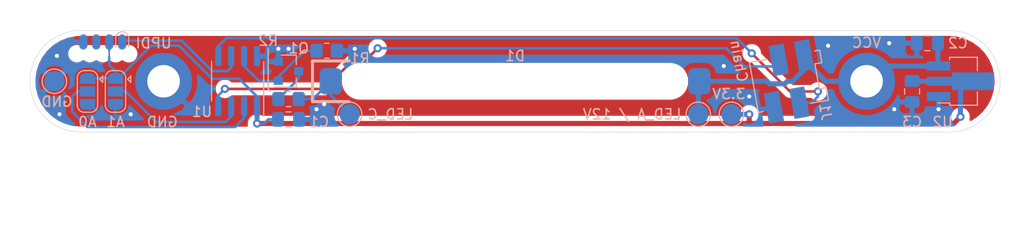
<source format=kicad_pcb>
(kicad_pcb (version 20171130) (host pcbnew 5.1.8)

  (general
    (thickness 1.6)
    (drawings 7)
    (tracks 117)
    (zones 0)
    (modules 19)
    (nets 13)
  )

  (page A4)
  (layers
    (0 F.Cu signal)
    (31 B.Cu signal)
    (32 B.Adhes user)
    (33 F.Adhes user)
    (34 B.Paste user)
    (35 F.Paste user)
    (36 B.SilkS user)
    (37 F.SilkS user)
    (38 B.Mask user)
    (39 F.Mask user)
    (40 Dwgs.User user)
    (41 Cmts.User user)
    (42 Eco1.User user)
    (43 Eco2.User user)
    (44 Edge.Cuts user)
    (45 Margin user)
    (46 B.CrtYd user)
    (47 F.CrtYd user)
    (48 B.Fab user)
    (49 F.Fab user)
  )

  (setup
    (last_trace_width 0.25)
    (user_trace_width 0.15)
    (user_trace_width 0.5)
    (trace_clearance 0.2)
    (zone_clearance 0.508)
    (zone_45_only no)
    (trace_min 0.15)
    (via_size 0.8)
    (via_drill 0.4)
    (via_min_size 0.4)
    (via_min_drill 0.3)
    (uvia_size 0.3)
    (uvia_drill 0.1)
    (uvias_allowed no)
    (uvia_min_size 0.2)
    (uvia_min_drill 0.1)
    (edge_width 0.05)
    (segment_width 0.2)
    (pcb_text_width 0.3)
    (pcb_text_size 1.5 1.5)
    (mod_edge_width 0.12)
    (mod_text_size 1 1)
    (mod_text_width 0.15)
    (pad_size 1 0.5)
    (pad_drill 0)
    (pad_to_mask_clearance 0)
    (aux_axis_origin 0 0)
    (visible_elements FEFFFF7F)
    (pcbplotparams
      (layerselection 0x010fc_ffffffff)
      (usegerberextensions false)
      (usegerberattributes true)
      (usegerberadvancedattributes true)
      (creategerberjobfile true)
      (excludeedgelayer true)
      (linewidth 0.100000)
      (plotframeref false)
      (viasonmask false)
      (mode 1)
      (useauxorigin false)
      (hpglpennumber 1)
      (hpglpenspeed 20)
      (hpglpendiameter 15.000000)
      (psnegative false)
      (psa4output false)
      (plotreference true)
      (plotvalue true)
      (plotinvisibletext false)
      (padsonsilk false)
      (subtractmaskfromsilk false)
      (outputformat 1)
      (mirror false)
      (drillshape 1)
      (scaleselection 1)
      (outputdirectory ""))
  )

  (net 0 "")
  (net 1 GND)
  (net 2 +3V3)
  (net 3 +12V)
  (net 4 "Net-(D1-Pad1)")
  (net 5 SDA)
  (net 6 SCL)
  (net 7 "Net-(J2-Pad3)")
  (net 8 UPDI)
  (net 9 A0)
  (net 10 A1)
  (net 11 "Net-(Q1-Pad1)")
  (net 12 "Net-(Q1-Pad3)")

  (net_class Default "This is the default net class."
    (clearance 0.2)
    (trace_width 0.25)
    (via_dia 0.8)
    (via_drill 0.4)
    (uvia_dia 0.3)
    (uvia_drill 0.1)
    (add_net +12V)
    (add_net +3V3)
    (add_net A0)
    (add_net A1)
    (add_net GND)
    (add_net "Net-(D1-Pad1)")
    (add_net "Net-(J2-Pad3)")
    (add_net "Net-(Q1-Pad1)")
    (add_net "Net-(Q1-Pad3)")
    (add_net SCL)
    (add_net SDA)
    (add_net UPDI)
  )

  (module filament-clock:ConnectorMicromatch-4 (layer B.Cu) (tedit 5FD26EAB) (tstamp 5FD3C670)
    (at 26.908805 0 10)
    (descr ConnectorMicromatch-4)
    (path /5FD4830E)
    (attr smd)
    (fp_text reference J1 (at 3.015692 3.578028 100) (layer B.SilkS)
      (effects (font (size 1 1) (thickness 0.15)) (justify mirror))
    )
    (fp_text value Chain (at -4.486933 -2.822021 100) (layer B.SilkS)
      (effects (font (size 1 1) (thickness 0.15)) (justify mirror))
    )
    (fp_line (start -3 2.5) (end -3.5 2.5) (layer B.SilkS) (width 0.12))
    (fp_line (start -3.5 2.5) (end -3.5 -2.5) (layer B.SilkS) (width 0.12))
    (fp_line (start -3.5 -2.5) (end -1.73 -2.5) (layer B.SilkS) (width 0.12))
    (fp_line (start 1.73 2.5) (end 3.5 2.5) (layer B.SilkS) (width 0.12))
    (fp_line (start 3.5 2.5) (end 3.5 1.25) (layer B.SilkS) (width 0.12))
    (fp_line (start 3.5 1.25) (end 2.8 1.25) (layer B.SilkS) (width 0.12))
    (fp_line (start 2.8 1.25) (end 2.8 -1.25) (layer B.SilkS) (width 0.12))
    (fp_line (start 2.8 -1.25) (end 3.5 -1.25) (layer B.SilkS) (width 0.12))
    (fp_line (start 3.5 -1.25) (end 3.5 -2.5) (layer B.SilkS) (width 0.12))
    (fp_line (start 3.5 -2.5) (end 3 -2.5) (layer B.SilkS) (width 0.12))
    (fp_line (start -3.75 4) (end 3.75 4) (layer B.CrtYd) (width 0.05))
    (fp_line (start 3.75 4) (end 3.75 -4) (layer B.CrtYd) (width 0.05))
    (fp_line (start 3.75 -4) (end -3.75 -4) (layer B.CrtYd) (width 0.05))
    (fp_line (start -3.75 -4) (end -3.75 4) (layer B.CrtYd) (width 0.05))
    (pad 1 smd rect (at 1.905 -2.25 10) (size 1.5 3) (layers B.Cu B.Paste B.Mask)
      (net 3 +12V))
    (pad 2 smd rect (at 0.635 2.25 10) (size 1.5 3) (layers B.Cu B.Paste B.Mask)
      (net 6 SCL))
    (pad 3 smd rect (at -0.635 -2.25 10) (size 1.5 3) (layers B.Cu B.Paste B.Mask)
      (net 5 SDA))
    (pad 4 smd rect (at -1.905 2.25 10) (size 1.5 3) (layers B.Cu B.Paste B.Mask)
      (net 1 GND))
    (model ${KIPRJMOD}/../pcb/packages3d/c-7-188275-4-u-3d.stp
      (offset (xyz 0 0 5.2))
      (scale (xyz 1 1 1))
      (rotate (xyz 0 0 180))
    )
  )

  (module filament-clock:filament-led locked (layer B.Cu) (tedit 5FDA563F) (tstamp 5FD3C648)
    (at 0 0)
    (path /5FD479BD)
    (fp_text reference D1 (at 0 -2.5) (layer B.SilkS)
      (effects (font (size 1 1) (thickness 0.15)) (justify mirror))
    )
    (fp_text value LED (at 0 0.5) (layer B.Fab)
      (effects (font (size 1 1) (thickness 0.15)) (justify mirror))
    )
    (fp_line (start -15.2 -2.3) (end 15.2 -2.3) (layer B.CrtYd) (width 0.12))
    (fp_line (start 15.2 2.3) (end -15.2 2.3) (layer B.CrtYd) (width 0.12))
    (fp_line (start -19.9 -2) (end -16.3 -2) (layer B.SilkS) (width 0.3))
    (fp_line (start -19.9 2) (end -19.9 -2) (layer B.SilkS) (width 0.3))
    (fp_line (start -16.3 2) (end -19.9 2) (layer B.SilkS) (width 0.3))
    (fp_arc (start 15.2 0) (end 15.2 -2.3) (angle 180) (layer B.CrtYd) (width 0.12))
    (fp_arc (start -15.2 0) (end -15.2 2.3) (angle 180) (layer B.CrtYd) (width 0.12))
    (pad "" np_thru_hole oval (at 0 0) (size 33 2.6) (drill oval 33 2.6) (layers *.Cu *.Mask))
    (pad 2 smd roundrect (at 18.1 0) (size 2.2 2.6) (layers B.Cu B.Paste B.Mask) (roundrect_rratio 0.25)
      (net 3 +12V))
    (pad 1 smd roundrect (at -18.1 0) (size 2.2 2.6) (layers B.Cu B.Paste B.Mask) (roundrect_rratio 0.25)
      (net 4 "Net-(D1-Pad1)"))
    (model ${KIPRJMOD}/../pcb/packages3d/filament-led.step
      (offset (xyz -15.2 0 0.1))
      (scale (xyz 1 1 1))
      (rotate (xyz 0 0 0))
    )
  )

  (module Package_SO:SOIC-8_3.9x4.9mm_P1.27mm (layer B.Cu) (tedit 5D9F72B1) (tstamp 5FD3C72D)
    (at -27.25 0 90)
    (descr "SOIC, 8 Pin (JEDEC MS-012AA, https://www.analog.com/media/en/package-pcb-resources/package/pkg_pdf/soic_narrow-r/r_8.pdf), generated with kicad-footprint-generator ipc_gullwing_generator.py")
    (tags "SOIC SO")
    (path /5FD37A16)
    (attr smd)
    (fp_text reference U1 (at -3 -3.5 180) (layer B.SilkS)
      (effects (font (size 1 1) (thickness 0.15)) (justify mirror))
    )
    (fp_text value ATtiny412-SS (at 0 -3.4 90) (layer B.Fab)
      (effects (font (size 1 1) (thickness 0.15)) (justify mirror))
    )
    (fp_line (start 3.7 2.7) (end -3.7 2.7) (layer B.CrtYd) (width 0.05))
    (fp_line (start 3.7 -2.7) (end 3.7 2.7) (layer B.CrtYd) (width 0.05))
    (fp_line (start -3.7 -2.7) (end 3.7 -2.7) (layer B.CrtYd) (width 0.05))
    (fp_line (start -3.7 2.7) (end -3.7 -2.7) (layer B.CrtYd) (width 0.05))
    (fp_line (start -1.95 1.475) (end -0.975 2.45) (layer B.Fab) (width 0.1))
    (fp_line (start -1.95 -2.45) (end -1.95 1.475) (layer B.Fab) (width 0.1))
    (fp_line (start 1.95 -2.45) (end -1.95 -2.45) (layer B.Fab) (width 0.1))
    (fp_line (start 1.95 2.45) (end 1.95 -2.45) (layer B.Fab) (width 0.1))
    (fp_line (start -0.975 2.45) (end 1.95 2.45) (layer B.Fab) (width 0.1))
    (fp_line (start 0 2.56) (end -3.45 2.56) (layer B.SilkS) (width 0.12))
    (fp_line (start 0 2.56) (end 1.95 2.56) (layer B.SilkS) (width 0.12))
    (fp_line (start 0 -2.56) (end -1.95 -2.56) (layer B.SilkS) (width 0.12))
    (fp_line (start 0 -2.56) (end 1.95 -2.56) (layer B.SilkS) (width 0.12))
    (fp_text user %R (at 0 0 90) (layer B.Fab)
      (effects (font (size 0.98 0.98) (thickness 0.15)) (justify mirror))
    )
    (pad 1 smd roundrect (at -2.475 1.905 90) (size 1.95 0.6) (layers B.Cu B.Paste B.Mask) (roundrect_rratio 0.25)
      (net 2 +3V3))
    (pad 2 smd roundrect (at -2.475 0.635 90) (size 1.95 0.6) (layers B.Cu B.Paste B.Mask) (roundrect_rratio 0.25)
      (net 9 A0))
    (pad 3 smd roundrect (at -2.475 -0.635 90) (size 1.95 0.6) (layers B.Cu B.Paste B.Mask) (roundrect_rratio 0.25)
      (net 10 A1))
    (pad 4 smd roundrect (at -2.475 -1.905 90) (size 1.95 0.6) (layers B.Cu B.Paste B.Mask) (roundrect_rratio 0.25)
      (net 5 SDA))
    (pad 5 smd roundrect (at 2.475 -1.905 90) (size 1.95 0.6) (layers B.Cu B.Paste B.Mask) (roundrect_rratio 0.25)
      (net 6 SCL))
    (pad 6 smd roundrect (at 2.475 -0.635 90) (size 1.95 0.6) (layers B.Cu B.Paste B.Mask) (roundrect_rratio 0.25)
      (net 8 UPDI))
    (pad 7 smd roundrect (at 2.475 0.635 90) (size 1.95 0.6) (layers B.Cu B.Paste B.Mask) (roundrect_rratio 0.25)
      (net 11 "Net-(Q1-Pad1)"))
    (pad 8 smd roundrect (at 2.475 1.905 90) (size 1.95 0.6) (layers B.Cu B.Paste B.Mask) (roundrect_rratio 0.25)
      (net 1 GND))
    (model ${KISYS3DMOD}/Package_SO.3dshapes/SOIC-8_3.9x4.9mm_P1.27mm.wrl
      (at (xyz 0 0 0))
      (scale (xyz 1 1 1))
      (rotate (xyz 0 0 0))
    )
  )

  (module Capacitor_SMD:C_0805_2012Metric_Pad1.18x1.45mm_HandSolder (layer B.Cu) (tedit 5F68FEEF) (tstamp 5FD42AED)
    (at -22.25 3.75 180)
    (descr "Capacitor SMD 0805 (2012 Metric), square (rectangular) end terminal, IPC_7351 nominal with elongated pad for handsoldering. (Body size source: IPC-SM-782 page 76, https://www.pcb-3d.com/wordpress/wp-content/uploads/ipc-sm-782a_amendment_1_and_2.pdf, https://docs.google.com/spreadsheets/d/1BsfQQcO9C6DZCsRaXUlFlo91Tg2WpOkGARC1WS5S8t0/edit?usp=sharing), generated with kicad-footprint-generator")
    (tags "capacitor handsolder")
    (path /5FD3DA45)
    (attr smd)
    (fp_text reference C1 (at -3 -0.25) (layer B.SilkS)
      (effects (font (size 1 1) (thickness 0.15)) (justify mirror))
    )
    (fp_text value 100n (at 0 -1.68) (layer B.Fab)
      (effects (font (size 1 1) (thickness 0.15)) (justify mirror))
    )
    (fp_line (start 1.88 -0.98) (end -1.88 -0.98) (layer B.CrtYd) (width 0.05))
    (fp_line (start 1.88 0.98) (end 1.88 -0.98) (layer B.CrtYd) (width 0.05))
    (fp_line (start -1.88 0.98) (end 1.88 0.98) (layer B.CrtYd) (width 0.05))
    (fp_line (start -1.88 -0.98) (end -1.88 0.98) (layer B.CrtYd) (width 0.05))
    (fp_line (start -0.261252 -0.735) (end 0.261252 -0.735) (layer B.SilkS) (width 0.12))
    (fp_line (start -0.261252 0.735) (end 0.261252 0.735) (layer B.SilkS) (width 0.12))
    (fp_line (start 1 -0.625) (end -1 -0.625) (layer B.Fab) (width 0.1))
    (fp_line (start 1 0.625) (end 1 -0.625) (layer B.Fab) (width 0.1))
    (fp_line (start -1 0.625) (end 1 0.625) (layer B.Fab) (width 0.1))
    (fp_line (start -1 -0.625) (end -1 0.625) (layer B.Fab) (width 0.1))
    (fp_text user %R (at 0 0) (layer B.Fab)
      (effects (font (size 0.5 0.5) (thickness 0.08)) (justify mirror))
    )
    (pad 1 smd roundrect (at -1.0375 0 180) (size 1.175 1.45) (layers B.Cu B.Paste B.Mask) (roundrect_rratio 0.212766)
      (net 1 GND))
    (pad 2 smd roundrect (at 1.0375 0 180) (size 1.175 1.45) (layers B.Cu B.Paste B.Mask) (roundrect_rratio 0.212766)
      (net 2 +3V3))
    (model ${KISYS3DMOD}/Capacitor_SMD.3dshapes/C_0805_2012Metric.wrl
      (at (xyz 0 0 0))
      (scale (xyz 1 1 1))
      (rotate (xyz 0 0 0))
    )
  )

  (module Capacitor_SMD:C_0805_2012Metric_Pad1.18x1.45mm_HandSolder (layer B.Cu) (tedit 5F68FEEF) (tstamp 5FD3C629)
    (at 40.5 -3.75 180)
    (descr "Capacitor SMD 0805 (2012 Metric), square (rectangular) end terminal, IPC_7351 nominal with elongated pad for handsoldering. (Body size source: IPC-SM-782 page 76, https://www.pcb-3d.com/wordpress/wp-content/uploads/ipc-sm-782a_amendment_1_and_2.pdf, https://docs.google.com/spreadsheets/d/1BsfQQcO9C6DZCsRaXUlFlo91Tg2WpOkGARC1WS5S8t0/edit?usp=sharing), generated with kicad-footprint-generator")
    (tags "capacitor handsolder")
    (path /5FD39599)
    (attr smd)
    (fp_text reference C2 (at -3 0) (layer B.SilkS)
      (effects (font (size 1 1) (thickness 0.15)) (justify mirror))
    )
    (fp_text value 10µ (at 0 -1.68) (layer B.Fab)
      (effects (font (size 1 1) (thickness 0.15)) (justify mirror))
    )
    (fp_line (start -1 -0.625) (end -1 0.625) (layer B.Fab) (width 0.1))
    (fp_line (start -1 0.625) (end 1 0.625) (layer B.Fab) (width 0.1))
    (fp_line (start 1 0.625) (end 1 -0.625) (layer B.Fab) (width 0.1))
    (fp_line (start 1 -0.625) (end -1 -0.625) (layer B.Fab) (width 0.1))
    (fp_line (start -0.261252 0.735) (end 0.261252 0.735) (layer B.SilkS) (width 0.12))
    (fp_line (start -0.261252 -0.735) (end 0.261252 -0.735) (layer B.SilkS) (width 0.12))
    (fp_line (start -1.88 -0.98) (end -1.88 0.98) (layer B.CrtYd) (width 0.05))
    (fp_line (start -1.88 0.98) (end 1.88 0.98) (layer B.CrtYd) (width 0.05))
    (fp_line (start 1.88 0.98) (end 1.88 -0.98) (layer B.CrtYd) (width 0.05))
    (fp_line (start 1.88 -0.98) (end -1.88 -0.98) (layer B.CrtYd) (width 0.05))
    (fp_text user %R (at 0 0) (layer B.Fab)
      (effects (font (size 0.5 0.5) (thickness 0.08)) (justify mirror))
    )
    (pad 2 smd roundrect (at 1.0375 0 180) (size 1.175 1.45) (layers B.Cu B.Paste B.Mask) (roundrect_rratio 0.212766)
      (net 1 GND))
    (pad 1 smd roundrect (at -1.0375 0 180) (size 1.175 1.45) (layers B.Cu B.Paste B.Mask) (roundrect_rratio 0.212766)
      (net 3 +12V))
    (model ${KISYS3DMOD}/Capacitor_SMD.3dshapes/C_0805_2012Metric.wrl
      (at (xyz 0 0 0))
      (scale (xyz 1 1 1))
      (rotate (xyz 0 0 0))
    )
  )

  (module Capacitor_SMD:C_0805_2012Metric_Pad1.18x1.45mm_HandSolder (layer B.Cu) (tedit 5F68FEEF) (tstamp 5FD3C63A)
    (at 39 1 270)
    (descr "Capacitor SMD 0805 (2012 Metric), square (rectangular) end terminal, IPC_7351 nominal with elongated pad for handsoldering. (Body size source: IPC-SM-782 page 76, https://www.pcb-3d.com/wordpress/wp-content/uploads/ipc-sm-782a_amendment_1_and_2.pdf, https://docs.google.com/spreadsheets/d/1BsfQQcO9C6DZCsRaXUlFlo91Tg2WpOkGARC1WS5S8t0/edit?usp=sharing), generated with kicad-footprint-generator")
    (tags "capacitor handsolder")
    (path /5FD38E37)
    (attr smd)
    (fp_text reference C3 (at 3 0 180) (layer B.SilkS)
      (effects (font (size 1 1) (thickness 0.15)) (justify mirror))
    )
    (fp_text value 10µ (at 0 -1.68 90) (layer B.Fab)
      (effects (font (size 1 1) (thickness 0.15)) (justify mirror))
    )
    (fp_line (start 1.88 -0.98) (end -1.88 -0.98) (layer B.CrtYd) (width 0.05))
    (fp_line (start 1.88 0.98) (end 1.88 -0.98) (layer B.CrtYd) (width 0.05))
    (fp_line (start -1.88 0.98) (end 1.88 0.98) (layer B.CrtYd) (width 0.05))
    (fp_line (start -1.88 -0.98) (end -1.88 0.98) (layer B.CrtYd) (width 0.05))
    (fp_line (start -0.261252 -0.735) (end 0.261252 -0.735) (layer B.SilkS) (width 0.12))
    (fp_line (start -0.261252 0.735) (end 0.261252 0.735) (layer B.SilkS) (width 0.12))
    (fp_line (start 1 -0.625) (end -1 -0.625) (layer B.Fab) (width 0.1))
    (fp_line (start 1 0.625) (end 1 -0.625) (layer B.Fab) (width 0.1))
    (fp_line (start -1 0.625) (end 1 0.625) (layer B.Fab) (width 0.1))
    (fp_line (start -1 -0.625) (end -1 0.625) (layer B.Fab) (width 0.1))
    (fp_text user %R (at 0 0 90) (layer B.Fab)
      (effects (font (size 0.5 0.5) (thickness 0.08)) (justify mirror))
    )
    (pad 1 smd roundrect (at -1.0375 0 270) (size 1.175 1.45) (layers B.Cu B.Paste B.Mask) (roundrect_rratio 0.212766)
      (net 2 +3V3))
    (pad 2 smd roundrect (at 1.0375 0 270) (size 1.175 1.45) (layers B.Cu B.Paste B.Mask) (roundrect_rratio 0.212766)
      (net 1 GND))
    (model ${KISYS3DMOD}/Capacitor_SMD.3dshapes/C_0805_2012Metric.wrl
      (at (xyz 0 0 0))
      (scale (xyz 1 1 1))
      (rotate (xyz 0 0 0))
    )
  )

  (module MountingHole:MountingHole_3.2mm_M3_DIN965_Pad_TopOnly locked (layer B.Cu) (tedit 56D1B4CB) (tstamp 5FD3C651)
    (at 34.524504 0)
    (descr "Mounting Hole 3.2mm, M3, DIN965")
    (tags "mounting hole 3.2mm m3 din965")
    (path /5FD76DFE)
    (attr virtual)
    (fp_text reference H1 (at 0 3.8) (layer B.SilkS) hide
      (effects (font (size 1 1) (thickness 0.15)) (justify mirror))
    )
    (fp_text value VCC (at 0 -3.8) (layer B.SilkS)
      (effects (font (size 1 1) (thickness 0.15)) (justify mirror))
    )
    (fp_circle (center 0 0) (end 2.8 0) (layer Cmts.User) (width 0.15))
    (fp_circle (center 0 0) (end 3.05 0) (layer B.CrtYd) (width 0.05))
    (fp_text user %R (at 0.3 0) (layer B.Fab)
      (effects (font (size 1 1) (thickness 0.15)) (justify mirror))
    )
    (pad 1 connect circle (at 0 0) (size 5.6 5.6) (layers B.Cu B.Mask)
      (net 3 +12V))
    (pad 1 thru_hole circle (at 0 0) (size 3.6 3.6) (drill 3.2) (layers *.Cu *.Mask)
      (net 3 +12V))
  )

  (module MountingHole:MountingHole_3.2mm_M3_DIN965_Pad_TopOnly locked (layer B.Cu) (tedit 56D1B4CB) (tstamp 5FD3C65A)
    (at -34.524504 0)
    (descr "Mounting Hole 3.2mm, M3, DIN965")
    (tags "mounting hole 3.2mm m3 din965")
    (path /5FD785B8)
    (attr virtual)
    (fp_text reference H2 (at 0 3.8) (layer B.SilkS) hide
      (effects (font (size 1 1) (thickness 0.15)) (justify mirror))
    )
    (fp_text value GND (at -0.123412 4) (layer B.SilkS)
      (effects (font (size 1 1) (thickness 0.15)) (justify mirror))
    )
    (fp_circle (center 0 0) (end 3.05 0) (layer B.CrtYd) (width 0.05))
    (fp_circle (center 0 0) (end 2.8 0) (layer Cmts.User) (width 0.15))
    (fp_text user %R (at 0.3 0) (layer B.Fab)
      (effects (font (size 1 1) (thickness 0.15)) (justify mirror))
    )
    (pad 1 thru_hole circle (at 0 0) (size 3.6 3.6) (drill 3.2) (layers *.Cu *.Mask)
      (net 1 GND))
    (pad 1 connect circle (at 0 0) (size 5.6 5.6) (layers B.Cu B.Mask)
      (net 1 GND))
  )

  (module Jumper:SolderJumper-3_P1.3mm_Open_RoundedPad1.0x1.5mm (layer B.Cu) (tedit 5FDA53AF) (tstamp 5FD3C69E)
    (at -42 1 270)
    (descr "SMD Solder 3-pad Jumper, 1x1.5mm rounded Pads, 0.3mm gap, open")
    (tags "solder jumper open")
    (path /5FD50A0E)
    (attr virtual)
    (fp_text reference JP1 (at 0 1.8 90) (layer B.SilkS) hide
      (effects (font (size 1 1) (thickness 0.15)) (justify mirror))
    )
    (fp_text value A0 (at 3 0 180) (layer B.SilkS)
      (effects (font (size 1 1) (thickness 0.15)) (justify mirror))
    )
    (fp_line (start 2.3 -1.25) (end -2.3 -1.25) (layer B.CrtYd) (width 0.05))
    (fp_line (start 2.3 -1.25) (end 2.3 1.25) (layer B.CrtYd) (width 0.05))
    (fp_line (start -2.3 1.25) (end -2.3 -1.25) (layer B.CrtYd) (width 0.05))
    (fp_line (start -2.3 1.25) (end 2.3 1.25) (layer B.CrtYd) (width 0.05))
    (fp_line (start -1.4 1) (end 1.4 1) (layer B.SilkS) (width 0.12))
    (fp_line (start 2.05 0.3) (end 2.05 -0.3) (layer B.SilkS) (width 0.12))
    (fp_line (start 1.4 -1) (end -1.4 -1) (layer B.SilkS) (width 0.12))
    (fp_line (start -2.05 -0.3) (end -2.05 0.3) (layer B.SilkS) (width 0.12))
    (fp_line (start -1.2 -1.2) (end -1.5 -1.5) (layer B.SilkS) (width 0.12))
    (fp_line (start -1.5 -1.5) (end -0.9 -1.5) (layer B.SilkS) (width 0.12))
    (fp_line (start -1.2 -1.2) (end -0.9 -1.5) (layer B.SilkS) (width 0.12))
    (fp_arc (start 1.35 0.3) (end 2.05 0.3) (angle 90) (layer B.SilkS) (width 0.12))
    (fp_arc (start 1.35 -0.3) (end 1.35 -1) (angle 90) (layer B.SilkS) (width 0.12))
    (fp_arc (start -1.35 -0.3) (end -2.05 -0.3) (angle 90) (layer B.SilkS) (width 0.12))
    (fp_arc (start -1.35 0.3) (end -1.35 1) (angle 90) (layer B.SilkS) (width 0.12))
    (pad 1 smd custom (at -1.3 0 270) (size 1 0.5) (layers B.Cu B.Mask)
      (net 2 +3V3) (zone_connect 2)
      (options (clearance outline) (anchor rect))
      (primitives
        (gr_circle (center 0 -0.25) (end 0.5 -0.25) (width 0))
        (gr_circle (center 0 0.25) (end 0.5 0.25) (width 0))
        (gr_poly (pts
           (xy 0.55 0.75) (xy 0 0.75) (xy 0 -0.75) (xy 0.55 -0.75)) (width 0))
      ))
    (pad 3 smd custom (at 1.3 0 270) (size 1 0.5) (layers B.Cu B.Mask)
      (net 1 GND) (zone_connect 0)
      (options (clearance outline) (anchor rect))
      (primitives
        (gr_circle (center 0 -0.25) (end 0.5 -0.25) (width 0))
        (gr_circle (center 0 0.25) (end 0.5 0.25) (width 0))
        (gr_poly (pts
           (xy -0.55 0.75) (xy 0 0.75) (xy 0 -0.75) (xy -0.55 -0.75)) (width 0))
      ))
    (pad 2 smd rect (at 0 0 270) (size 1 1.5) (layers B.Cu B.Mask)
      (net 9 A0))
  )

  (module Jumper:SolderJumper-3_P1.3mm_Open_RoundedPad1.0x1.5mm (layer B.Cu) (tedit 5FDA53BA) (tstamp 5FD3C6B4)
    (at -39.25 1 270)
    (descr "SMD Solder 3-pad Jumper, 1x1.5mm rounded Pads, 0.3mm gap, open")
    (tags "solder jumper open")
    (path /5FD5CC6E)
    (attr virtual)
    (fp_text reference JP2 (at 0 1.8 90) (layer B.SilkS) hide
      (effects (font (size 1 1) (thickness 0.15)) (justify mirror))
    )
    (fp_text value A1 (at 3 0 180) (layer B.SilkS)
      (effects (font (size 1 1) (thickness 0.15)) (justify mirror))
    )
    (fp_line (start -1.2 -1.2) (end -0.9 -1.5) (layer B.SilkS) (width 0.12))
    (fp_line (start -1.5 -1.5) (end -0.9 -1.5) (layer B.SilkS) (width 0.12))
    (fp_line (start -1.2 -1.2) (end -1.5 -1.5) (layer B.SilkS) (width 0.12))
    (fp_line (start -2.05 -0.3) (end -2.05 0.3) (layer B.SilkS) (width 0.12))
    (fp_line (start 1.4 -1) (end -1.4 -1) (layer B.SilkS) (width 0.12))
    (fp_line (start 2.05 0.3) (end 2.05 -0.3) (layer B.SilkS) (width 0.12))
    (fp_line (start -1.4 1) (end 1.4 1) (layer B.SilkS) (width 0.12))
    (fp_line (start -2.3 1.25) (end 2.3 1.25) (layer B.CrtYd) (width 0.05))
    (fp_line (start -2.3 1.25) (end -2.3 -1.25) (layer B.CrtYd) (width 0.05))
    (fp_line (start 2.3 -1.25) (end 2.3 1.25) (layer B.CrtYd) (width 0.05))
    (fp_line (start 2.3 -1.25) (end -2.3 -1.25) (layer B.CrtYd) (width 0.05))
    (fp_arc (start -1.35 0.3) (end -1.35 1) (angle 90) (layer B.SilkS) (width 0.12))
    (fp_arc (start -1.35 -0.3) (end -2.05 -0.3) (angle 90) (layer B.SilkS) (width 0.12))
    (fp_arc (start 1.35 -0.3) (end 1.35 -1) (angle 90) (layer B.SilkS) (width 0.12))
    (fp_arc (start 1.35 0.3) (end 2.05 0.3) (angle 90) (layer B.SilkS) (width 0.12))
    (pad 2 smd rect (at 0 0 270) (size 1 1.5) (layers B.Cu B.Mask)
      (net 10 A1))
    (pad 3 smd custom (at 1.3 0 270) (size 1 0.5) (layers B.Cu B.Mask)
      (net 1 GND) (zone_connect 0)
      (options (clearance outline) (anchor rect))
      (primitives
        (gr_circle (center 0 -0.25) (end 0.5 -0.25) (width 0))
        (gr_circle (center 0 0.25) (end 0.5 0.25) (width 0))
        (gr_poly (pts
           (xy -0.55 0.75) (xy 0 0.75) (xy 0 -0.75) (xy -0.55 -0.75)) (width 0))
      ))
    (pad 1 smd custom (at -1.3 0 270) (size 1 0.5) (layers B.Cu B.Mask)
      (net 2 +3V3) (zone_connect 2)
      (options (clearance outline) (anchor rect))
      (primitives
        (gr_circle (center 0 -0.25) (end 0.5 -0.25) (width 0))
        (gr_circle (center 0 0.25) (end 0.5 0.25) (width 0))
        (gr_poly (pts
           (xy 0.55 0.75) (xy 0 0.75) (xy 0 -0.75) (xy 0.55 -0.75)) (width 0))
      ))
  )

  (module Package_TO_SOT_SMD:SOT-23 (layer B.Cu) (tedit 5A02FF57) (tstamp 5FD3C6C9)
    (at -22.25 -1)
    (descr "SOT-23, Standard")
    (tags SOT-23)
    (path /5FD40262)
    (attr smd)
    (fp_text reference Q1 (at 1 -2.25) (layer B.SilkS)
      (effects (font (size 1 1) (thickness 0.15)) (justify mirror))
    )
    (fp_text value 2N7002 (at 0 -2.5) (layer B.Fab)
      (effects (font (size 1 1) (thickness 0.15)) (justify mirror))
    )
    (fp_line (start 0.76 -1.58) (end -0.7 -1.58) (layer B.SilkS) (width 0.12))
    (fp_line (start 0.76 1.58) (end -1.4 1.58) (layer B.SilkS) (width 0.12))
    (fp_line (start -1.7 -1.75) (end -1.7 1.75) (layer B.CrtYd) (width 0.05))
    (fp_line (start 1.7 -1.75) (end -1.7 -1.75) (layer B.CrtYd) (width 0.05))
    (fp_line (start 1.7 1.75) (end 1.7 -1.75) (layer B.CrtYd) (width 0.05))
    (fp_line (start -1.7 1.75) (end 1.7 1.75) (layer B.CrtYd) (width 0.05))
    (fp_line (start 0.76 1.58) (end 0.76 0.65) (layer B.SilkS) (width 0.12))
    (fp_line (start 0.76 -1.58) (end 0.76 -0.65) (layer B.SilkS) (width 0.12))
    (fp_line (start -0.7 -1.52) (end 0.7 -1.52) (layer B.Fab) (width 0.1))
    (fp_line (start 0.7 1.52) (end 0.7 -1.52) (layer B.Fab) (width 0.1))
    (fp_line (start -0.7 0.95) (end -0.15 1.52) (layer B.Fab) (width 0.1))
    (fp_line (start -0.15 1.52) (end 0.7 1.52) (layer B.Fab) (width 0.1))
    (fp_line (start -0.7 0.95) (end -0.7 -1.5) (layer B.Fab) (width 0.1))
    (fp_text user %R (at 0 0 270) (layer B.Fab)
      (effects (font (size 0.5 0.5) (thickness 0.075)) (justify mirror))
    )
    (pad 1 smd rect (at -1 0.95) (size 0.9 0.8) (layers B.Cu B.Paste B.Mask)
      (net 11 "Net-(Q1-Pad1)"))
    (pad 2 smd rect (at -1 -0.95) (size 0.9 0.8) (layers B.Cu B.Paste B.Mask)
      (net 1 GND))
    (pad 3 smd rect (at 1 0) (size 0.9 0.8) (layers B.Cu B.Paste B.Mask)
      (net 12 "Net-(Q1-Pad3)"))
    (model ${KISYS3DMOD}/Package_TO_SOT_SMD.3dshapes/SOT-23.wrl
      (at (xyz 0 0 0))
      (scale (xyz 1 1 1))
      (rotate (xyz 0 0 0))
    )
  )

  (module Resistor_SMD:R_0805_2012Metric_Pad1.20x1.40mm_HandSolder (layer B.Cu) (tedit 5F68FEEE) (tstamp 5FD3C6DA)
    (at -18.5 -3 180)
    (descr "Resistor SMD 0805 (2012 Metric), square (rectangular) end terminal, IPC_7351 nominal with elongated pad for handsoldering. (Body size source: IPC-SM-782 page 72, https://www.pcb-3d.com/wordpress/wp-content/uploads/ipc-sm-782a_amendment_1_and_2.pdf), generated with kicad-footprint-generator")
    (tags "resistor handsolder")
    (path /5FD810BC)
    (attr smd)
    (fp_text reference R1 (at -3.25 -0.75) (layer B.SilkS)
      (effects (font (size 1 1) (thickness 0.15)) (justify mirror))
    )
    (fp_text value 10k (at 0 -1.65) (layer B.Fab)
      (effects (font (size 1 1) (thickness 0.15)) (justify mirror))
    )
    (fp_line (start -1 -0.625) (end -1 0.625) (layer B.Fab) (width 0.1))
    (fp_line (start -1 0.625) (end 1 0.625) (layer B.Fab) (width 0.1))
    (fp_line (start 1 0.625) (end 1 -0.625) (layer B.Fab) (width 0.1))
    (fp_line (start 1 -0.625) (end -1 -0.625) (layer B.Fab) (width 0.1))
    (fp_line (start -0.227064 0.735) (end 0.227064 0.735) (layer B.SilkS) (width 0.12))
    (fp_line (start -0.227064 -0.735) (end 0.227064 -0.735) (layer B.SilkS) (width 0.12))
    (fp_line (start -1.85 -0.95) (end -1.85 0.95) (layer B.CrtYd) (width 0.05))
    (fp_line (start -1.85 0.95) (end 1.85 0.95) (layer B.CrtYd) (width 0.05))
    (fp_line (start 1.85 0.95) (end 1.85 -0.95) (layer B.CrtYd) (width 0.05))
    (fp_line (start 1.85 -0.95) (end -1.85 -0.95) (layer B.CrtYd) (width 0.05))
    (fp_text user %R (at 0 0) (layer B.Fab)
      (effects (font (size 0.5 0.5) (thickness 0.08)) (justify mirror))
    )
    (pad 2 smd roundrect (at 1 0 180) (size 1.2 1.4) (layers B.Cu B.Paste B.Mask) (roundrect_rratio 0.208333)
      (net 11 "Net-(Q1-Pad1)"))
    (pad 1 smd roundrect (at -1 0 180) (size 1.2 1.4) (layers B.Cu B.Paste B.Mask) (roundrect_rratio 0.208333)
      (net 1 GND))
    (model ${KISYS3DMOD}/Resistor_SMD.3dshapes/R_0805_2012Metric.wrl
      (at (xyz 0 0 0))
      (scale (xyz 1 1 1))
      (rotate (xyz 0 0 0))
    )
  )

  (module Resistor_SMD:R_0805_2012Metric_Pad1.20x1.40mm_HandSolder (layer B.Cu) (tedit 5F68FEEE) (tstamp 5FD3C6EB)
    (at -22.25 1.75 180)
    (descr "Resistor SMD 0805 (2012 Metric), square (rectangular) end terminal, IPC_7351 nominal with elongated pad for handsoldering. (Body size source: IPC-SM-782 page 72, https://www.pcb-3d.com/wordpress/wp-content/uploads/ipc-sm-782a_amendment_1_and_2.pdf), generated with kicad-footprint-generator")
    (tags "resistor handsolder")
    (path /5FD488CB)
    (attr smd)
    (fp_text reference R2 (at 2 5.75) (layer B.SilkS)
      (effects (font (size 1 1) (thickness 0.15)) (justify mirror))
    )
    (fp_text value 301 (at 0 -1.65) (layer B.Fab)
      (effects (font (size 1 1) (thickness 0.15)) (justify mirror))
    )
    (fp_line (start 1.85 -0.95) (end -1.85 -0.95) (layer B.CrtYd) (width 0.05))
    (fp_line (start 1.85 0.95) (end 1.85 -0.95) (layer B.CrtYd) (width 0.05))
    (fp_line (start -1.85 0.95) (end 1.85 0.95) (layer B.CrtYd) (width 0.05))
    (fp_line (start -1.85 -0.95) (end -1.85 0.95) (layer B.CrtYd) (width 0.05))
    (fp_line (start -0.227064 -0.735) (end 0.227064 -0.735) (layer B.SilkS) (width 0.12))
    (fp_line (start -0.227064 0.735) (end 0.227064 0.735) (layer B.SilkS) (width 0.12))
    (fp_line (start 1 -0.625) (end -1 -0.625) (layer B.Fab) (width 0.1))
    (fp_line (start 1 0.625) (end 1 -0.625) (layer B.Fab) (width 0.1))
    (fp_line (start -1 0.625) (end 1 0.625) (layer B.Fab) (width 0.1))
    (fp_line (start -1 -0.625) (end -1 0.625) (layer B.Fab) (width 0.1))
    (fp_text user %R (at 0 0) (layer B.Fab)
      (effects (font (size 0.5 0.5) (thickness 0.08)) (justify mirror))
    )
    (pad 1 smd roundrect (at -1 0 180) (size 1.2 1.4) (layers B.Cu B.Paste B.Mask) (roundrect_rratio 0.208333)
      (net 4 "Net-(D1-Pad1)"))
    (pad 2 smd roundrect (at 1 0 180) (size 1.2 1.4) (layers B.Cu B.Paste B.Mask) (roundrect_rratio 0.208333)
      (net 12 "Net-(Q1-Pad3)"))
    (model ${KISYS3DMOD}/Resistor_SMD.3dshapes/R_0805_2012Metric.wrl
      (at (xyz 0 0 0))
      (scale (xyz 1 1 1))
      (rotate (xyz 0 0 0))
    )
  )

  (module TestPoint:TestPoint_Pad_D2.0mm (layer B.Cu) (tedit 5A0F774F) (tstamp 5FD3C6F3)
    (at 18 3.25)
    (descr "SMD pad as test Point, diameter 2.0mm")
    (tags "test point SMD pad")
    (path /5FD47D83)
    (attr virtual)
    (fp_text reference TP1 (at 0 1.998) (layer B.SilkS) hide
      (effects (font (size 1 1) (thickness 0.15)) (justify mirror))
    )
    (fp_text value "LED_A / 12V" (at -6.5 0) (layer B.SilkS)
      (effects (font (size 1 1) (thickness 0.15)) (justify mirror))
    )
    (fp_circle (center 0 0) (end 0 -1.2) (layer B.SilkS) (width 0.12))
    (fp_circle (center 0 0) (end 1.5 0) (layer B.CrtYd) (width 0.05))
    (fp_text user %R (at 0 2) (layer B.Fab)
      (effects (font (size 1 1) (thickness 0.15)) (justify mirror))
    )
    (pad 1 smd circle (at 0 0) (size 2 2) (layers B.Cu B.Mask)
      (net 3 +12V))
  )

  (module TestPoint:TestPoint_Pad_D2.0mm (layer B.Cu) (tedit 5A0F774F) (tstamp 5FD3C6FB)
    (at -16.25 3.25)
    (descr "SMD pad as test Point, diameter 2.0mm")
    (tags "test point SMD pad")
    (path /5FD48040)
    (attr virtual)
    (fp_text reference TP2 (at 0 1.998) (layer B.SilkS) hide
      (effects (font (size 1 1) (thickness 0.15)) (justify mirror))
    )
    (fp_text value LED_C (at 4 0) (layer B.SilkS)
      (effects (font (size 1 1) (thickness 0.15)) (justify mirror))
    )
    (fp_circle (center 0 0) (end 1.5 0) (layer B.CrtYd) (width 0.05))
    (fp_circle (center 0 0) (end 0 -1.2) (layer B.SilkS) (width 0.12))
    (fp_text user %R (at 0 2) (layer B.Fab)
      (effects (font (size 1 1) (thickness 0.15)) (justify mirror))
    )
    (pad 1 smd circle (at 0 0) (size 2 2) (layers B.Cu B.Mask)
      (net 4 "Net-(D1-Pad1)"))
  )

  (module TestPoint:TestPoint_Pad_D2.0mm (layer B.Cu) (tedit 5A0F774F) (tstamp 5FD3C70B)
    (at -45.25 0)
    (descr "SMD pad as test Point, diameter 2.0mm")
    (tags "test point SMD pad")
    (path /5FE50640)
    (attr virtual)
    (fp_text reference TP4 (at 0 1.998) (layer B.SilkS) hide
      (effects (font (size 1 1) (thickness 0.15)) (justify mirror))
    )
    (fp_text value GND (at 0.25 2 180) (layer B.SilkS)
      (effects (font (size 1 1) (thickness 0.15)) (justify mirror))
    )
    (fp_circle (center 0 0) (end 0 -1.2) (layer B.SilkS) (width 0.12))
    (fp_circle (center 0 0) (end 1.5 0) (layer B.CrtYd) (width 0.05))
    (fp_text user %R (at 0 2) (layer B.Fab)
      (effects (font (size 1 1) (thickness 0.15)) (justify mirror))
    )
    (pad 1 smd circle (at 0 0) (size 2 2) (layers B.Cu B.Mask)
      (net 1 GND))
  )

  (module TestPoint:TestPoint_Pad_D2.0mm (layer B.Cu) (tedit 5A0F774F) (tstamp 5FDABA85)
    (at 21.25 3.25)
    (descr "SMD pad as test Point, diameter 2.0mm")
    (tags "test point SMD pad")
    (path /5FE3ABC0)
    (attr virtual)
    (fp_text reference TP5 (at 0 1.998) (layer B.SilkS) hide
      (effects (font (size 1 1) (thickness 0.15)) (justify mirror))
    )
    (fp_text value 3.3V (at -0.25 -2) (layer B.SilkS)
      (effects (font (size 1 1) (thickness 0.15)) (justify mirror))
    )
    (fp_circle (center 0 0) (end 0 -1.2) (layer B.SilkS) (width 0.12))
    (fp_circle (center 0 0) (end 1.5 0) (layer B.CrtYd) (width 0.05))
    (fp_text user %R (at 0 2) (layer B.Fab)
      (effects (font (size 1 1) (thickness 0.15)) (justify mirror))
    )
    (pad 1 smd circle (at 0 0) (size 2 2) (layers B.Cu B.Mask)
      (net 2 +3V3))
  )

  (module Package_TO_SOT_SMD:SOT-89-3_Handsoldering (layer B.Cu) (tedit 5C33D6DD) (tstamp 5FD3D171)
    (at 43.75 0)
    (descr "SOT-89-3 Handsoldering")
    (tags "SOT-89-3 Handsoldering")
    (path /5FD386FA)
    (attr smd)
    (fp_text reference U2 (at -1.75 4) (layer B.SilkS)
      (effects (font (size 1 1) (thickness 0.15)) (justify mirror))
    )
    (fp_text value AZ1117-3.3 (at 0.3 -3.5) (layer B.Fab)
      (effects (font (size 1 1) (thickness 0.15)) (justify mirror))
    )
    (fp_line (start -1.06 -2.36) (end -1.06 -2.13) (layer B.SilkS) (width 0.12))
    (fp_line (start -1.06 2.36) (end -1.06 2.13) (layer B.SilkS) (width 0.12))
    (fp_line (start -1.06 2.36) (end 1.66 2.36) (layer B.SilkS) (width 0.12))
    (fp_line (start -3.55 -2.5) (end -3.55 2.5) (layer B.CrtYd) (width 0.05))
    (fp_line (start -3.55 -2.5) (end 3.55 -2.5) (layer B.CrtYd) (width 0.05))
    (fp_line (start 3.55 2.5) (end -3.55 2.5) (layer B.CrtYd) (width 0.05))
    (fp_line (start 3.55 2.5) (end 3.55 -2.5) (layer B.CrtYd) (width 0.05))
    (fp_line (start 0.05 2.25) (end 1.55 2.25) (layer B.Fab) (width 0.1))
    (fp_line (start -0.95 -2.25) (end -0.95 1.25) (layer B.Fab) (width 0.1))
    (fp_line (start 1.55 -2.25) (end -0.95 -2.25) (layer B.Fab) (width 0.1))
    (fp_line (start 1.55 2.25) (end 1.55 -2.25) (layer B.Fab) (width 0.1))
    (fp_line (start -0.95 1.25) (end 0.05 2.25) (layer B.Fab) (width 0.1))
    (fp_line (start 1.66 2.36) (end 1.66 1.05) (layer B.SilkS) (width 0.12))
    (fp_line (start -2.2 2.13) (end -1.06 2.13) (layer B.SilkS) (width 0.12))
    (fp_line (start 1.66 -2.36) (end -1.06 -2.36) (layer B.SilkS) (width 0.12))
    (fp_line (start 1.66 -1.05) (end 1.66 -2.36) (layer B.SilkS) (width 0.12))
    (fp_text user %R (at 0.5 0 270) (layer B.Fab)
      (effects (font (size 1 1) (thickness 0.15)) (justify mirror))
    )
    (pad 1 smd rect (at -2.15 1.5) (size 2.3 0.9) (layers B.Cu B.Paste B.Mask)
      (net 1 GND))
    (pad 3 smd rect (at -2.15 -1.5) (size 2.3 0.9) (layers B.Cu B.Paste B.Mask)
      (net 3 +12V))
    (pad 2 smd custom (at -2.0625 0) (size 2.475 0.9) (layers B.Cu B.Paste B.Mask)
      (net 2 +3V3) (zone_connect 2)
      (options (clearance outline) (anchor rect))
      (primitives
        (gr_poly (pts
           (xy 1.2375 0.8665) (xy 5.3625 0.8665) (xy 5.3625 -0.8665) (xy 1.2375 -0.8665)) (width 0))
      ))
    (model ${KISYS3DMOD}/Package_TO_SOT_SMD.3dshapes/SOT-89-3.wrl
      (at (xyz 0 0 0))
      (scale (xyz 1 1 1))
      (rotate (xyz 0 0 0))
    )
  )

  (module filament-clock:SOIC_clipProgSmall_onesided (layer B.Cu) (tedit 5FD3C9C7) (tstamp 5FD4285E)
    (at -40.5 -4.62)
    (path /5FD3F770)
    (fp_text reference J2 (at 0 3.302 180) (layer B.SilkS) hide
      (effects (font (size 1 1) (thickness 0.15)) (justify mirror))
    )
    (fp_text value UPDI (at 5 0.87 180) (layer B.SilkS)
      (effects (font (size 1 1) (thickness 0.15)) (justify mirror))
    )
    (fp_line (start -3.175 2.54) (end 3.175 2.54) (layer F.CrtYd) (width 0.05))
    (fp_line (start -3.175 -0.381) (end -3.175 2.54) (layer F.CrtYd) (width 0.05))
    (fp_line (start 3.175 -0.381) (end -3.175 -0.381) (layer F.CrtYd) (width 0.05))
    (fp_line (start 3.175 2.54) (end 3.175 -0.381) (layer F.CrtYd) (width 0.05))
    (fp_line (start -3.175 2.54) (end -3.175 -0.381) (layer B.Fab) (width 0.1))
    (fp_line (start 3.175 -0.381) (end 3.175 2.54) (layer B.Fab) (width 0.1))
    (fp_line (start 3.175 2.54) (end -3.175 2.54) (layer B.Fab) (width 0.1))
    (fp_line (start -3.81 -0.381) (end 3.81 -0.381) (layer B.Fab) (width 0.1))
    (fp_line (start 2.54 0.381) (end 2.54 1.27) (layer B.SilkS) (width 0.1))
    (fp_line (start 1.27 0.381) (end 1.27 1.27) (layer B.SilkS) (width 0.1))
    (fp_line (start 3.175 -0.381) (end 3.175 2.54) (layer B.CrtYd) (width 0.05))
    (fp_line (start 3.175 2.54) (end -3.175 2.54) (layer B.CrtYd) (width 0.05))
    (fp_line (start -3.175 2.54) (end -3.175 -0.381) (layer B.CrtYd) (width 0.05))
    (fp_line (start -3.175 -0.381) (end 3.175 -0.381) (layer B.CrtYd) (width 0.05))
    (fp_arc (start 1.905 0.381) (end 2.54 0.381) (angle -180) (layer B.SilkS) (width 0.1))
    (pad 4 smd oval (at -1.905 0.75) (size 0.8 1.5) (layers B.Cu B.Mask)
      (net 1 GND))
    (pad 3 smd oval (at -0.635 0.75) (size 0.8 1.5) (layers B.Cu B.Mask)
      (net 7 "Net-(J2-Pad3)"))
    (pad 2 smd oval (at 0.635 0.75) (size 0.8 1.5) (layers B.Cu B.Mask)
      (net 2 +3V3))
    (pad 1 smd oval (at 1.905 0.75) (size 0.8 1.5) (layers B.Cu B.Mask)
      (net 8 UPDI))
    (pad "" np_thru_hole circle (at -2.54 1.905) (size 0.7 0.7) (drill 0.7) (layers *.Cu *.Mask))
    (pad "" np_thru_hole circle (at -1.27 1.905) (size 0.7 0.7) (drill 0.7) (layers *.Cu *.Mask))
    (pad "" np_thru_hole circle (at 0 1.905) (size 0.7 0.7) (drill 0.7) (layers *.Cu *.Mask))
    (pad "" np_thru_hole circle (at 1.27 1.905) (size 0.7 0.7) (drill 0.7) (layers *.Cu *.Mask))
    (pad "" np_thru_hole circle (at 2.54 1.905) (size 0.7 0.7) (drill 0.7) (layers *.Cu *.Mask))
  )

  (gr_line (start -42.647917 5) (end 42.647917 5) (layer Edge.Cuts) (width 0.05))
  (gr_line (start 42.647917 -5) (end -42.647917 -5) (layer Edge.Cuts) (width 0.05))
  (gr_arc (start -42.647917 0) (end -42.647917 5) (angle 180) (layer Edge.Cuts) (width 0.05))
  (gr_arc (start 42.647917 0) (end 42.647917 -5) (angle 180) (layer Edge.Cuts) (width 0.05))
  (gr_line (start -24.25 0.75) (end -24 1) (layer B.SilkS) (width 0.12))
  (gr_line (start -24.25 -3.25) (end -24.25 0.75) (layer B.SilkS) (width 0.12))
  (gr_text "Hole keepout!!!" (at -33.5 14.5) (layer F.Fab)
    (effects (font (size 1.5 1.5) (thickness 0.3)))
  )

  (via (at 41.6 2.75) (size 0.8) (drill 0.4) (layers F.Cu B.Cu) (net 1))
  (via (at 37.25 2.75) (size 0.8) (drill 0.4) (layers F.Cu B.Cu) (net 1))
  (via (at -23.25 -3.2) (size 0.8) (drill 0.4) (layers F.Cu B.Cu) (net 1))
  (via (at -15.75 -3.2) (size 0.8) (drill 0.4) (layers F.Cu B.Cu) (net 1))
  (via (at 23 1.5) (size 0.8) (drill 0.4) (layers F.Cu B.Cu) (net 1))
  (via (at 36.75 -3.75) (size 0.8) (drill 0.4) (layers F.Cu B.Cu) (net 1))
  (via (at 30.75 -3.5) (size 0.8) (drill 0.4) (layers F.Cu B.Cu) (net 1))
  (via (at -45 -2.5) (size 0.8) (drill 0.4) (layers F.Cu B.Cu) (net 1))
  (via (at -44.75 3.25) (size 0.8) (drill 0.4) (layers F.Cu B.Cu) (net 1))
  (via (at 20.5 -1.5) (size 0.8) (drill 0.4) (layers F.Cu B.Cu) (net 1))
  (via (at -18.75 2.25) (size 0.8) (drill 0.4) (layers F.Cu B.Cu) (net 1))
  (via (at -19.5 2.75) (size 0.8) (drill 0.4) (layers F.Cu B.Cu) (net 1))
  (via (at -22.25 -3.2) (size 0.8) (drill 0.4) (layers F.Cu B.Cu) (net 1))
  (segment (start -39.25 2.3) (end -39.25 3.5) (width 0.25) (layer B.Cu) (net 1))
  (segment (start -42 2.3) (end -41.7 2.3) (width 0.25) (layer B.Cu) (net 1))
  (segment (start -41.7 2.3) (end -40.75 3.25) (width 0.25) (layer B.Cu) (net 1))
  (via (at -37.75 3.25) (size 0.8) (drill 0.4) (layers F.Cu B.Cu) (net 1))
  (segment (start -39.865 -3.87) (end -39.865 -3.079002) (width 0.25) (layer B.Cu) (net 2))
  (segment (start -39.865 -3.079002) (end -39.865 -2.365) (width 0.15) (layer B.Cu) (net 2))
  (segment (start 39.0375 0) (end 39 -0.0375) (width 0.5) (layer B.Cu) (net 2))
  (segment (start 41.6875 0) (end 39.0375 0) (width 0.5) (layer B.Cu) (net 2))
  (segment (start -25.345 2.475) (end -25.345 4.155) (width 0.5) (layer B.Cu) (net 2))
  (via (at -25.345 4.155) (size 0.8) (drill 0.4) (layers F.Cu B.Cu) (net 2))
  (via (at 43.75 3.5) (size 0.8) (drill 0.4) (layers F.Cu B.Cu) (net 2))
  (segment (start 43.095 4.155) (end 43.75 3.5) (width 0.5) (layer F.Cu) (net 2))
  (segment (start 43.75 3.5) (end 43.75 0) (width 0.5) (layer B.Cu) (net 2))
  (segment (start -23.2875 3.75) (end -24.25 3.75) (width 0.25) (layer B.Cu) (net 2))
  (segment (start -24.655 4.155) (end -25.345 4.155) (width 0.25) (layer B.Cu) (net 2))
  (segment (start -24.25 3.75) (end -24.655 4.155) (width 0.25) (layer B.Cu) (net 2))
  (segment (start -39.25 -0.3) (end -39.25 -1) (width 0.25) (layer B.Cu) (net 2))
  (segment (start -39.865 -1.615) (end -39.865 -2.365) (width 0.25) (layer B.Cu) (net 2))
  (segment (start -39.25 -1) (end -39.865 -1.615) (width 0.25) (layer B.Cu) (net 2))
  (segment (start -42 -0.3) (end -39.25 -0.3) (width 0.25) (layer B.Cu) (net 2))
  (segment (start 21.25 3.25) (end 23 3.25) (width 0.5) (layer B.Cu) (net 2))
  (via (at 23 3.25) (size 0.8) (drill 0.4) (layers F.Cu B.Cu) (net 2))
  (segment (start 23 4.06) (end 23.095 4.155) (width 0.5) (layer F.Cu) (net 2))
  (segment (start 23 3.25) (end 23 4.06) (width 0.5) (layer F.Cu) (net 2))
  (segment (start -25.345 4.155) (end 23.095 4.155) (width 0.5) (layer F.Cu) (net 2))
  (segment (start 23.095 4.155) (end 43.095 4.155) (width 0.5) (layer F.Cu) (net 2))
  (segment (start -35.75 -3.5) (end -39 -0.25) (width 0.25) (layer B.Cu) (net 2))
  (segment (start -33 -3.5) (end -35.75 -3.5) (width 0.25) (layer B.Cu) (net 2))
  (segment (start -29.75 -0.25) (end -33 -3.5) (width 0.25) (layer B.Cu) (net 2))
  (segment (start -27.095 -0.25) (end -29.75 -0.25) (width 0.25) (layer B.Cu) (net 2))
  (segment (start -25.345 1.5) (end -27.095 -0.25) (width 0.25) (layer B.Cu) (net 2))
  (segment (start -25.345 2.475) (end -25.345 1.5) (width 0.25) (layer B.Cu) (net 2))
  (segment (start 33.876588 0) (end 30.5 0) (width 0.5) (layer B.Cu) (net 3))
  (segment (start 28.394155 -2.105845) (end 28.394155 -2.546617) (width 0.5) (layer B.Cu) (net 3))
  (segment (start 41.5375 -1.5625) (end 41.6 -1.5) (width 0.5) (layer B.Cu) (net 3))
  (segment (start 41.5375 -3.75) (end 41.5375 -1.5625) (width 0.5) (layer B.Cu) (net 3))
  (segment (start 29.625 -0.875) (end 28.394155 -2.105845) (width 0.5) (layer B.Cu) (net 3))
  (segment (start 30.5 0) (end 29.625 -0.875) (width 0.5) (layer B.Cu) (net 3))
  (segment (start 28.394155 -1.144155) (end 28.394155 -2.546617) (width 0.5) (layer B.Cu) (net 3))
  (segment (start 27.25 0) (end 28.394155 -1.144155) (width 0.5) (layer B.Cu) (net 3))
  (segment (start 18 0.1) (end 18.1 0) (width 0.5) (layer B.Cu) (net 3))
  (segment (start 18 3.25) (end 18 0.1) (width 0.5) (layer B.Cu) (net 3))
  (segment (start 18.1 0) (end 24.75 0) (width 0.5) (layer B.Cu) (net 3))
  (segment (start 24.75 0) (end 25 0.25) (width 0.5) (layer B.Cu) (net 3))
  (segment (start 25 0.25) (end 26.5 0.25) (width 0.5) (layer B.Cu) (net 3))
  (segment (start 26.75 0) (end 27.25 0) (width 0.5) (layer B.Cu) (net 3))
  (segment (start 26.5 0.25) (end 26.75 0) (width 0.5) (layer B.Cu) (net 3))
  (segment (start 36.024504 -1.5) (end 34.524504 0) (width 0.5) (layer B.Cu) (net 3))
  (segment (start 41.6 -1.5) (end 36.024504 -1.5) (width 0.5) (layer B.Cu) (net 3))
  (segment (start -19.85 1.75) (end -18.1 0) (width 0.25) (layer B.Cu) (net 4))
  (segment (start -21.25 1.75) (end -19.85 1.75) (width 0.25) (layer B.Cu) (net 4))
  (segment (start -18.25 0.15) (end -18.1 0) (width 0.25) (layer B.Cu) (net 4))
  (segment (start -18.1 1.4) (end -18.1 0) (width 0.25) (layer B.Cu) (net 4))
  (segment (start -16.25 3.25) (end -18.1 1.4) (width 0.25) (layer B.Cu) (net 4))
  (segment (start -29.155 2.475) (end -29.155 1.405) (width 0.25) (layer B.Cu) (net 5))
  (via (at -28.5 0.75) (size 0.8) (drill 0.4) (layers F.Cu B.Cu) (net 5))
  (segment (start -29.155 1.405) (end -28.5 0.75) (width 0.25) (layer B.Cu) (net 5))
  (via (at -13.5 -3.25) (size 0.8) (drill 0.4) (layers F.Cu B.Cu) (net 5))
  (segment (start 25.245331 -1.458138) (end 25.892744 -2.105551) (width 0.25) (layer B.Cu) (net 5))
  (segment (start 22.541862 -1.458138) (end 25.245331 -1.458138) (width 0.25) (layer B.Cu) (net 5))
  (segment (start 20.75 -3.25) (end 22.541862 -1.458138) (width 0.25) (layer B.Cu) (net 5))
  (segment (start -13.5 -3.25) (end 20.75 -3.25) (width 0.25) (layer B.Cu) (net 5))
  (segment (start -14.75 -2) (end -13.5 -3.25) (width 0.25) (layer F.Cu) (net 5))
  (segment (start -16 -2) (end -14.75 -2) (width 0.25) (layer F.Cu) (net 5))
  (segment (start -18.75 0.75) (end -16 -2) (width 0.25) (layer F.Cu) (net 5))
  (segment (start -28.5 0.75) (end -18.75 0.75) (width 0.25) (layer F.Cu) (net 5))
  (segment (start -29.155 -3.45) (end -28.355 -4.25) (width 0.25) (layer B.Cu) (net 6))
  (segment (start -29.155 -2.475) (end -29.155 -3.45) (width 0.25) (layer B.Cu) (net 6))
  (segment (start -28.355 -4.25) (end 21.75 -4.25) (width 0.25) (layer B.Cu) (net 6))
  (via (at 23.25 -2.75) (size 0.8) (drill 0.4) (layers F.Cu B.Cu) (net 6))
  (segment (start 21.75 -4.25) (end 23.25 -2.75) (width 0.25) (layer B.Cu) (net 6))
  (segment (start 23.25 -2.75) (end 27 1) (width 0.25) (layer F.Cu) (net 6))
  (via (at 29.75 1) (size 0.8) (drill 0.4) (layers F.Cu B.Cu) (net 6))
  (segment (start 27 1) (end 29.75 1) (width 0.25) (layer F.Cu) (net 6))
  (segment (start 29.75 1) (end 29.75 1.5) (width 0.25) (layer B.Cu) (net 6))
  (segment (start 29.144449 2.105551) (end 27.924866 2.105551) (width 0.25) (layer B.Cu) (net 6))
  (segment (start 29.75 1.5) (end 29.144449 2.105551) (width 0.25) (layer B.Cu) (net 6))
  (segment (start -38.465 -4) (end -38.595 -3.87) (width 0.25) (layer B.Cu) (net 8))
  (segment (start -32.75 -4) (end -38.5 -4) (width 0.25) (layer B.Cu) (net 8))
  (segment (start -29.75 -1) (end -32.75 -4) (width 0.25) (layer B.Cu) (net 8))
  (segment (start -28.25 -1) (end -29.75 -1) (width 0.25) (layer B.Cu) (net 8))
  (segment (start -27.885 -1.365) (end -28.25 -1) (width 0.25) (layer B.Cu) (net 8))
  (segment (start -27.885 -2.475) (end -27.885 -1.365) (width 0.25) (layer B.Cu) (net 8))
  (segment (start -43 1) (end -42 1) (width 0.25) (layer B.Cu) (net 9))
  (segment (start -43.5 1.5) (end -43 1) (width 0.25) (layer B.Cu) (net 9))
  (segment (start -43.5 3) (end -43.5 1.5) (width 0.25) (layer B.Cu) (net 9))
  (segment (start -42 4.5) (end -43.5 3) (width 0.25) (layer B.Cu) (net 9))
  (segment (start -27.5 4.5) (end -42 4.5) (width 0.25) (layer B.Cu) (net 9))
  (segment (start -26.615 3.615) (end -27.5 4.5) (width 0.25) (layer B.Cu) (net 9))
  (segment (start -26.615 2.475) (end -26.615 3.615) (width 0.25) (layer B.Cu) (net 9))
  (segment (start -38.25 1) (end -39.25 1) (width 0.25) (layer B.Cu) (net 10))
  (segment (start -28.435 4) (end -34.75 4) (width 0.25) (layer B.Cu) (net 10))
  (segment (start -27.885 3.45) (end -28.435 4) (width 0.25) (layer B.Cu) (net 10))
  (segment (start -27.885 2.475) (end -27.885 3.45) (width 0.25) (layer B.Cu) (net 10))
  (segment (start -38.25 1) (end -35.25 4) (width 0.25) (layer B.Cu) (net 10))
  (segment (start -35.25 4) (end -34.75 4) (width 0.25) (layer B.Cu) (net 10))
  (segment (start -25.165 -0.05) (end -23.25 -0.05) (width 0.25) (layer B.Cu) (net 11))
  (segment (start -26.615 -1.5) (end -25.165 -0.05) (width 0.25) (layer B.Cu) (net 11))
  (segment (start -26.615 -2.475) (end -26.615 -1.5) (width 0.25) (layer B.Cu) (net 11))
  (segment (start -23.25 -0.435002) (end -23.25 -0.05) (width 0.25) (layer B.Cu) (net 11))
  (segment (start -20.685002 -3) (end -23.25 -0.435002) (width 0.25) (layer B.Cu) (net 11))
  (segment (start -19.5 -3) (end -20.685002 -3) (width 0.25) (layer B.Cu) (net 11))
  (segment (start -21.25 -0.25) (end -21.25 -1) (width 0.25) (layer B.Cu) (net 12))
  (segment (start -23.25 1.75) (end -21.25 -0.25) (width 0.25) (layer B.Cu) (net 12))

  (zone (net 1) (net_name GND) (layer B.Cu) (tstamp 0) (hatch edge 0.508)
    (connect_pads (clearance 0.508))
    (min_thickness 0.254)
    (fill yes (arc_segments 32) (thermal_gap 0.508) (thermal_bridge_width 0.508))
    (polygon
      (pts
        (xy 50 6.75) (xy -50 6.75) (xy -50 -7.5) (xy 50 -7.5)
      )
    )
    (filled_polygon
      (pts
        (xy -18.881781 1.915244) (xy -18.65 1.938072) (xy -18.641584 1.938072) (xy -18.640001 1.940001) (xy -18.610997 1.963804)
        (xy -17.816177 2.758624) (xy -17.822168 2.773088) (xy -17.885 3.088967) (xy -17.885 3.411033) (xy -17.822168 3.726912)
        (xy -17.698918 4.024463) (xy -17.519987 4.292252) (xy -17.472239 4.34) (xy -19.987872 4.34) (xy -19.99 4.03575)
        (xy -20.14875 3.877) (xy -21.0855 3.877) (xy -21.0855 3.897) (xy -21.3395 3.897) (xy -21.3395 3.877)
        (xy -21.3595 3.877) (xy -21.3595 3.623) (xy -21.3395 3.623) (xy -21.3395 3.603) (xy -21.0855 3.603)
        (xy -21.0855 3.623) (xy -20.14875 3.623) (xy -19.99 3.46425) (xy -19.986928 3.025) (xy -19.999188 2.900518)
        (xy -20.035498 2.78082) (xy -20.094463 2.670506) (xy -20.12771 2.629994) (xy -20.079528 2.539851) (xy -20.070473 2.51)
        (xy -19.887322 2.51) (xy -19.85 2.513676) (xy -19.812678 2.51) (xy -19.812667 2.51) (xy -19.701014 2.499003)
        (xy -19.557753 2.455546) (xy -19.425724 2.384974) (xy -19.309999 2.290001) (xy -19.286196 2.260997) (xy -18.926789 1.901591)
      )
    )
    (filled_polygon
      (pts
        (xy 31.22151 1.001952) (xy 31.480447 1.627082) (xy 31.856366 2.189685) (xy 32.334819 2.668138) (xy 32.897422 3.044057)
        (xy 33.522552 3.302994) (xy 34.186186 3.435) (xy 34.862822 3.435) (xy 35.526456 3.302994) (xy 36.151586 3.044057)
        (xy 36.714189 2.668138) (xy 36.757327 2.625) (xy 37.636928 2.625) (xy 37.649188 2.749482) (xy 37.685498 2.86918)
        (xy 37.744463 2.979494) (xy 37.823815 3.076185) (xy 37.920506 3.155537) (xy 38.03082 3.214502) (xy 38.150518 3.250812)
        (xy 38.275 3.263072) (xy 38.71425 3.26) (xy 38.873 3.10125) (xy 38.873 2.1645) (xy 37.79875 2.1645)
        (xy 37.64 2.32325) (xy 37.636928 2.625) (xy 36.757327 2.625) (xy 37.192642 2.189685) (xy 37.568561 1.627082)
        (xy 37.637048 1.461741) (xy 37.64 1.75175) (xy 37.79875 1.9105) (xy 38.873 1.9105) (xy 38.873 1.8905)
        (xy 39.127 1.8905) (xy 39.127 1.9105) (xy 39.147 1.9105) (xy 39.147 2.1645) (xy 39.127 2.1645)
        (xy 39.127 3.10125) (xy 39.28575 3.26) (xy 39.725 3.263072) (xy 39.849482 3.250812) (xy 39.96918 3.214502)
        (xy 40.079494 3.155537) (xy 40.176185 3.076185) (xy 40.255537 2.979494) (xy 40.314502 2.86918) (xy 40.350812 2.749482)
        (xy 40.363072 2.625) (xy 40.362608 2.579465) (xy 40.45 2.588072) (xy 41.31425 2.585) (xy 41.473 2.42625)
        (xy 41.473 1.627) (xy 41.453 1.627) (xy 41.453 1.373) (xy 41.473 1.373) (xy 41.473 1.353)
        (xy 41.727 1.353) (xy 41.727 1.373) (xy 41.747 1.373) (xy 41.747 1.627) (xy 41.727 1.627)
        (xy 41.727 2.42625) (xy 41.88575 2.585) (xy 42.75 2.588072) (xy 42.865 2.576746) (xy 42.865 2.961545)
        (xy 42.832795 3.009744) (xy 42.754774 3.198102) (xy 42.715 3.398061) (xy 42.715 3.601939) (xy 42.754774 3.801898)
        (xy 42.832795 3.990256) (xy 42.946063 4.159774) (xy 43.090226 4.303937) (xy 43.103264 4.312648) (xy 42.628899 4.34)
        (xy 27.565341 4.34) (xy 29.034744 4.080904) (xy 29.155205 4.047214) (xy 29.26678 3.990671) (xy 29.365179 3.913446)
        (xy 29.446622 3.818509) (xy 29.507979 3.709507) (xy 29.546891 3.59063) (xy 29.561864 3.466446) (xy 29.552322 3.341726)
        (xy 29.456858 2.80032) (xy 29.568725 2.740525) (xy 29.68445 2.645552) (xy 29.708252 2.616549) (xy 30.261008 2.063795)
        (xy 30.290001 2.040001) (xy 30.313795 2.011008) (xy 30.313799 2.011004) (xy 30.382577 1.927197) (xy 30.384974 1.924276)
        (xy 30.455546 1.792247) (xy 30.470386 1.743325) (xy 30.553937 1.659774) (xy 30.667205 1.490256) (xy 30.745226 1.301898)
        (xy 30.785 1.101939) (xy 30.785 0.898061) (xy 30.782402 0.885) (xy 31.198247 0.885)
      )
    )
    (filled_polygon
      (pts
        (xy 23.840343 0.94266) (xy 23.801429 1.061537) (xy 23.786456 1.185722) (xy 23.795999 1.310442) (xy 24.009876 2.505711)
        (xy 24.193781 2.634482) (xy 25.276331 2.4436) (xy 25.272858 2.423904) (xy 25.522999 2.379797) (xy 25.526472 2.399493)
        (xy 25.546168 2.39602) (xy 25.590275 2.646161) (xy 25.570579 2.649634) (xy 25.574052 2.66933) (xy 25.323911 2.713437)
        (xy 25.320438 2.693741) (xy 24.237888 2.884624) (xy 24.109116 3.068529) (xy 24.316943 4.264865) (xy 24.337956 4.34)
        (xy 22.472239 4.34) (xy 22.519987 4.292252) (xy 22.583208 4.197635) (xy 22.698102 4.245226) (xy 22.898061 4.285)
        (xy 23.101939 4.285) (xy 23.301898 4.245226) (xy 23.490256 4.167205) (xy 23.659774 4.053937) (xy 23.803937 3.909774)
        (xy 23.917205 3.740256) (xy 23.995226 3.551898) (xy 24.035 3.351939) (xy 24.035 3.148061) (xy 23.995226 2.948102)
        (xy 23.917205 2.759744) (xy 23.803937 2.590226) (xy 23.659774 2.446063) (xy 23.490256 2.332795) (xy 23.301898 2.254774)
        (xy 23.101939 2.215) (xy 22.898061 2.215) (xy 22.698102 2.254774) (xy 22.583208 2.302365) (xy 22.519987 2.207748)
        (xy 22.292252 1.980013) (xy 22.024463 1.801082) (xy 21.726912 1.677832) (xy 21.411033 1.615) (xy 21.088967 1.615)
        (xy 20.773088 1.677832) (xy 20.475537 1.801082) (xy 20.207748 1.980013) (xy 19.980013 2.207748) (xy 19.801082 2.475537)
        (xy 19.677832 2.773088) (xy 19.625 3.038693) (xy 19.572168 2.773088) (xy 19.448918 2.475537) (xy 19.269987 2.207748)
        (xy 19.042252 1.980013) (xy 18.925479 1.901988) (xy 19.104655 1.847635) (xy 19.310057 1.737846) (xy 19.490094 1.590094)
        (xy 19.637846 1.410057) (xy 19.747635 1.204655) (xy 19.815244 0.981781) (xy 19.824776 0.885) (xy 23.872799 0.885)
      )
    )
    (filled_polygon
      (pts
        (xy -43.44 -3.997) (xy -42.532 -3.997) (xy -42.532 -4.017) (xy -42.278 -4.017) (xy -42.278 -3.997)
        (xy -42.258 -3.997) (xy -42.258 -3.743) (xy -42.278 -3.743) (xy -42.278 -3.723) (xy -42.532 -3.723)
        (xy -42.532 -3.743) (xy -43.44 -3.743) (xy -43.44 -3.615471) (xy -43.506572 -3.587896) (xy -43.667901 -3.480099)
        (xy -43.805099 -3.342901) (xy -43.912896 -3.181572) (xy -43.987147 -3.002314) (xy -44.025 -2.812014) (xy -44.025 -2.617986)
        (xy -43.987147 -2.427686) (xy -43.912896 -2.248428) (xy -43.805099 -2.087099) (xy -43.667901 -1.949901) (xy -43.506572 -1.842104)
        (xy -43.327314 -1.767853) (xy -43.137014 -1.73) (xy -42.942986 -1.73) (xy -42.752686 -1.767853) (xy -42.573428 -1.842104)
        (xy -42.412099 -1.949901) (xy -42.405 -1.957) (xy -42.397901 -1.949901) (xy -42.236572 -1.842104) (xy -42.057314 -1.767853)
        (xy -41.867014 -1.73) (xy -41.672986 -1.73) (xy -41.482686 -1.767853) (xy -41.303428 -1.842104) (xy -41.142099 -1.949901)
        (xy -41.135 -1.957) (xy -41.127901 -1.949901) (xy -40.966572 -1.842104) (xy -40.787314 -1.767853) (xy -40.625 -1.735567)
        (xy -40.625 -1.652322) (xy -40.628676 -1.615) (xy -40.625 -1.577678) (xy -40.625 -1.577668) (xy -40.614003 -1.466015)
        (xy -40.583974 -1.367022) (xy -40.570546 -1.322754) (xy -40.499974 -1.190724) (xy -40.474502 -1.159687) (xy -40.405001 -1.074999)
        (xy -40.386725 -1.06) (xy -40.905431 -1.06) (xy -40.91231 -1.068382) (xy -40.981618 -1.13769) (xy -41.078309 -1.217042)
        (xy -41.159808 -1.271498) (xy -41.270125 -1.330464) (xy -41.360681 -1.367973) (xy -41.480377 -1.404282) (xy -41.57651 -1.423404)
        (xy -41.700991 -1.435664) (xy -41.72555 -1.435664) (xy -41.75 -1.438072) (xy -42.25 -1.438072) (xy -42.27445 -1.435664)
        (xy -42.299009 -1.435664) (xy -42.42349 -1.423404) (xy -42.519623 -1.404282) (xy -42.639319 -1.367973) (xy -42.729875 -1.330464)
        (xy -42.840192 -1.271498) (xy -42.921691 -1.217042) (xy -43.018382 -1.13769) (xy -43.08769 -1.068382) (xy -43.167042 -0.971691)
        (xy -43.221498 -0.890192) (xy -43.280464 -0.779875) (xy -43.317973 -0.689319) (xy -43.354282 -0.569623) (xy -43.373404 -0.47349)
        (xy -43.385664 -0.349009) (xy -43.385664 -0.32445) (xy -43.388072 -0.3) (xy -43.388072 0.25) (xy -43.37912 0.34089)
        (xy -43.424276 0.365026) (xy -43.540001 0.459999) (xy -43.563804 0.489003) (xy -43.769987 0.695186) (xy -43.709296 0.570429)
        (xy -43.627616 0.258892) (xy -43.608282 -0.062595) (xy -43.652039 -0.381675) (xy -43.757205 -0.686088) (xy -43.850186 -0.860044)
        (xy -44.114587 -0.955808) (xy -45.070395 0) (xy -45.056253 0.014143) (xy -45.235858 0.193748) (xy -45.25 0.179605)
        (xy -46.205808 1.135413) (xy -46.110044 1.399814) (xy -45.820429 1.540704) (xy -45.508892 1.622384) (xy -45.187405 1.641718)
        (xy -44.868325 1.597961) (xy -44.563912 1.492795) (xy -44.389956 1.399814) (xy -44.294193 1.135415) (xy -44.209341 1.220267)
        (xy -44.219148 1.252596) (xy -44.249002 1.351014) (xy -44.259515 1.457753) (xy -44.263676 1.5) (xy -44.259999 1.537332)
        (xy -44.26 2.962677) (xy -44.263676 3) (xy -44.26 3.037322) (xy -44.26 3.037332) (xy -44.249003 3.148985)
        (xy -44.21184 3.271498) (xy -44.205546 3.292246) (xy -44.134974 3.424276) (xy -44.095129 3.472826) (xy -44.040001 3.540001)
        (xy -44.010997 3.563804) (xy -43.295192 4.279609) (xy -43.416 4.268827) (xy -44.159807 4.065344) (xy -44.855821 3.733363)
        (xy -45.482047 3.283374) (xy -46.018694 2.729597) (xy -46.448788 2.089549) (xy -46.758746 1.383447) (xy -46.938764 0.63362)
        (xy -46.971688 0.062595) (xy -46.891718 0.062595) (xy -46.847961 0.381675) (xy -46.742795 0.686088) (xy -46.649814 0.860044)
        (xy -46.385413 0.955808) (xy -45.429605 0) (xy -46.385413 -0.955808) (xy -46.649814 -0.860044) (xy -46.790704 -0.570429)
        (xy -46.872384 -0.258892) (xy -46.891718 0.062595) (xy -46.971688 0.062595) (xy -46.983153 -0.136241) (xy -46.890511 -0.901795)
        (xy -46.818641 -1.135413) (xy -46.205808 -1.135413) (xy -45.25 -0.179605) (xy -44.294192 -1.135413) (xy -44.389956 -1.399814)
        (xy -44.679571 -1.540704) (xy -44.991108 -1.622384) (xy -45.312595 -1.641718) (xy -45.631675 -1.597961) (xy -45.936088 -1.492795)
        (xy -46.110044 -1.399814) (xy -46.205808 -1.135413) (xy -46.818641 -1.135413) (xy -46.663767 -1.638838) (xy -46.310085 -2.324083)
        (xy -45.840647 -2.935866) (xy -45.270293 -3.45485) (xy -44.617043 -3.864632) (xy -43.901558 -4.152255) (xy -43.44 -4.247839)
      )
    )
    (filled_polygon
      (pts
        (xy -36.584802 3.74) (xy -41.685198 3.74) (xy -41.987126 3.438072) (xy -41.75 3.438072) (xy -41.72555 3.435664)
        (xy -41.700991 3.435664) (xy -41.57651 3.423404) (xy -41.480377 3.404282) (xy -41.360681 3.367973) (xy -41.270125 3.330464)
        (xy -41.159808 3.271498) (xy -41.078309 3.217042) (xy -40.981618 3.13769) (xy -40.91231 3.068382) (xy -40.832958 2.971691)
        (xy -40.778502 2.890192) (xy -40.719536 2.779875) (xy -40.682027 2.689319) (xy -40.645718 2.569623) (xy -40.626596 2.47349)
        (xy -40.625 2.457285) (xy -40.623404 2.47349) (xy -40.604282 2.569623) (xy -40.567973 2.689319) (xy -40.530464 2.779875)
        (xy -40.471498 2.890192) (xy -40.417042 2.971691) (xy -40.33769 3.068382) (xy -40.268382 3.13769) (xy -40.171691 3.217042)
        (xy -40.090192 3.271498) (xy -39.979875 3.330464) (xy -39.889319 3.367973) (xy -39.769623 3.404282) (xy -39.67349 3.423404)
        (xy -39.549009 3.435664) (xy -39.52445 3.435664) (xy -39.5 3.438072) (xy -39 3.438072) (xy -38.97555 3.435664)
        (xy -38.950991 3.435664) (xy -38.82651 3.423404) (xy -38.730377 3.404282) (xy -38.610681 3.367973) (xy -38.520125 3.330464)
        (xy -38.409808 3.271498) (xy -38.328309 3.217042) (xy -38.231618 3.13769) (xy -38.16231 3.068382) (xy -38.082958 2.971691)
        (xy -38.028502 2.890192) (xy -37.969536 2.779875) (xy -37.932027 2.689319) (xy -37.895718 2.569623) (xy -37.876596 2.47349)
        (xy -37.874329 2.450472)
      )
    )
    (filled_polygon
      (pts
        (xy -30.3138 0.261002) (xy -30.290001 0.290001) (xy -30.261003 0.313799) (xy -30.174277 0.384974) (xy -30.073853 0.438652)
        (xy -30.042247 0.455546) (xy -29.898986 0.499003) (xy -29.787333 0.51) (xy -29.787324 0.51) (xy -29.750001 0.513676)
        (xy -29.712678 0.51) (xy -29.507538 0.51) (xy -29.535 0.648061) (xy -29.535 0.710199) (xy -29.666002 0.841201)
        (xy -29.695 0.864999) (xy -29.718798 0.893997) (xy -29.718799 0.893998) (xy -29.789974 0.980724) (xy -29.840164 1.074623)
        (xy -29.862251 1.092749) (xy -29.960258 1.212171) (xy -30.033084 1.348418) (xy -30.077929 1.496255) (xy -30.093072 1.65)
        (xy -30.093072 3.24) (xy -33.370717 3.24) (xy -33.211498 3.19213) (xy -32.613974 2.874639) (xy -32.599812 2.865177)
        (xy -32.287628 2.416481) (xy -34.524504 0.179605) (xy -34.538647 0.193748) (xy -34.718252 0.014143) (xy -34.704109 0)
        (xy -34.718252 -0.014143) (xy -34.538647 -0.193748) (xy -34.524504 -0.179605) (xy -34.510362 -0.193748) (xy -34.330757 -0.014143)
        (xy -34.344899 0) (xy -32.108023 2.236876) (xy -31.659327 1.924692) (xy -31.338892 1.328741) (xy -31.140878 0.681727)
        (xy -31.072894 0.008516) (xy -31.126694 -0.551893)
      )
    )
    (filled_polygon
      (pts
        (xy -22.200054 -2.55975) (xy -22.210498 -2.59418) (xy -22.269463 -2.704494) (xy -22.348815 -2.801185) (xy -22.445506 -2.880537)
        (xy -22.55582 -2.939502) (xy -22.675518 -2.975812) (xy -22.8 -2.988072) (xy -22.96425 -2.985) (xy -23.123 -2.82625)
        (xy -23.123 -2.077) (xy -23.103 -2.077) (xy -23.103 -1.823) (xy -23.123 -1.823) (xy -23.123 -1.803)
        (xy -23.377 -1.803) (xy -23.377 -1.823) (xy -24.17625 -1.823) (xy -24.335 -1.66425) (xy -24.338072 -1.55)
        (xy -24.325812 -1.425518) (xy -24.289502 -1.30582) (xy -24.230537 -1.195506) (xy -24.151185 -1.098815) (xy -24.054494 -1.019463)
        (xy -24.018082 -1) (xy -24.054494 -0.980537) (xy -24.151185 -0.901185) (xy -24.226018 -0.81) (xy -24.850198 -0.81)
        (xy -24.915813 -0.875615) (xy -24.80082 -0.910498) (xy -24.690506 -0.969463) (xy -24.593815 -1.048815) (xy -24.514463 -1.145506)
        (xy -24.455498 -1.25582) (xy -24.419188 -1.375518) (xy -24.406928 -1.5) (xy -24.41 -2.18925) (xy -24.56875 -2.348)
        (xy -25.218 -2.348) (xy -25.218 -2.328) (xy -25.472 -2.328) (xy -25.472 -2.348) (xy -25.492 -2.348)
        (xy -25.492 -2.35) (xy -24.338072 -2.35) (xy -24.335 -2.23575) (xy -24.17625 -2.077) (xy -23.377 -2.077)
        (xy -23.377 -2.82625) (xy -23.53575 -2.985) (xy -23.7 -2.988072) (xy -23.824482 -2.975812) (xy -23.94418 -2.939502)
        (xy -24.054494 -2.880537) (xy -24.151185 -2.801185) (xy -24.230537 -2.704494) (xy -24.289502 -2.59418) (xy -24.325812 -2.474482)
        (xy -24.338072 -2.35) (xy -25.492 -2.35) (xy -25.492 -2.602) (xy -25.472 -2.602) (xy -25.472 -2.622)
        (xy -25.218 -2.622) (xy -25.218 -2.602) (xy -24.56875 -2.602) (xy -24.41 -2.76075) (xy -24.406928 -3.45)
        (xy -24.410868 -3.49) (xy -21.269804 -3.49)
      )
    )
    (filled_polygon
      (pts
        (xy -14.535 -3.351939) (xy -14.535 -3.148061) (xy -14.495226 -2.948102) (xy -14.417205 -2.759744) (xy -14.303937 -2.590226)
        (xy -14.159774 -2.446063) (xy -13.990256 -2.332795) (xy -13.801898 -2.254774) (xy -13.601939 -2.215) (xy -13.398061 -2.215)
        (xy -13.198102 -2.254774) (xy -13.009744 -2.332795) (xy -12.840226 -2.446063) (xy -12.796289 -2.49) (xy 20.435199 -2.49)
        (xy 21.978063 -0.947135) (xy 22.001861 -0.918137) (xy 22.042239 -0.885) (xy 19.824776 -0.885) (xy 19.815244 -0.981781)
        (xy 19.747635 -1.204655) (xy 19.637846 -1.410057) (xy 19.490094 -1.590094) (xy 19.310057 -1.737846) (xy 19.104655 -1.847635)
        (xy 18.881781 -1.915244) (xy 18.65 -1.938072) (xy 17.55 -1.938072) (xy 17.318219 -1.915244) (xy 17.095345 -1.847635)
        (xy 16.889943 -1.737846) (xy 16.709906 -1.590094) (xy 16.562154 -1.410057) (xy 16.552959 -1.392855) (xy 16.28023 -1.616678)
        (xy 15.944075 -1.796356) (xy 15.579326 -1.907002) (xy 15.295055 -1.935) (xy -15.295055 -1.935) (xy -15.579326 -1.907002)
        (xy -15.944075 -1.796356) (xy -16.28023 -1.616678) (xy -16.552959 -1.392855) (xy -16.562154 -1.410057) (xy -16.709906 -1.590094)
        (xy -16.808426 -1.670947) (xy -16.775518 -1.674188) (xy -16.65582 -1.710498) (xy -16.545506 -1.769463) (xy -16.448815 -1.848815)
        (xy -16.369463 -1.945506) (xy -16.310498 -2.05582) (xy -16.274188 -2.175518) (xy -16.261928 -2.3) (xy -16.265 -2.71425)
        (xy -16.42375 -2.873) (xy -17.373 -2.873) (xy -17.373 -2.853) (xy -17.627 -2.853) (xy -17.627 -2.873)
        (xy -17.647 -2.873) (xy -17.647 -3.127) (xy -17.627 -3.127) (xy -17.627 -3.147) (xy -17.373 -3.147)
        (xy -17.373 -3.127) (xy -16.42375 -3.127) (xy -16.265 -3.28575) (xy -16.263485 -3.49) (xy -14.507538 -3.49)
      )
    )
    (filled_polygon
      (pts
        (xy 38.24 -4.03575) (xy 38.39875 -3.877) (xy 39.3355 -3.877) (xy 39.3355 -3.897) (xy 39.5895 -3.897)
        (xy 39.5895 -3.877) (xy 39.6095 -3.877) (xy 39.6095 -3.623) (xy 39.5895 -3.623) (xy 39.5895 -2.54875)
        (xy 39.74825 -2.39) (xy 39.987636 -2.387563) (xy 39.985532 -2.385) (xy 36.997327 -2.385) (xy 36.714189 -2.668138)
        (xy 36.180107 -3.025) (xy 38.236928 -3.025) (xy 38.249188 -2.900518) (xy 38.285498 -2.78082) (xy 38.344463 -2.670506)
        (xy 38.423815 -2.573815) (xy 38.520506 -2.494463) (xy 38.63082 -2.435498) (xy 38.750518 -2.399188) (xy 38.875 -2.386928)
        (xy 39.17675 -2.39) (xy 39.3355 -2.54875) (xy 39.3355 -3.623) (xy 38.39875 -3.623) (xy 38.24 -3.46425)
        (xy 38.236928 -3.025) (xy 36.180107 -3.025) (xy 36.151586 -3.044057) (xy 35.526456 -3.302994) (xy 34.862822 -3.435)
        (xy 34.186186 -3.435) (xy 33.522552 -3.302994) (xy 32.897422 -3.044057) (xy 32.334819 -2.668138) (xy 31.856366 -2.189685)
        (xy 31.480447 -1.627082) (xy 31.22151 -1.001952) (xy 31.198247 -0.885) (xy 30.866579 -0.885) (xy 30.281536 -1.470042)
        (xy 30.281532 -1.470047) (xy 29.931802 -1.819777) (xy 29.500667 -4.264865) (xy 29.479654 -4.34) (xy 38.237872 -4.34)
      )
    )
  )
  (zone (net 1) (net_name GND) (layer F.Cu) (tstamp 5FDA5312) (hatch edge 0.508)
    (connect_pads (clearance 0.508))
    (min_thickness 0.254)
    (fill yes (arc_segments 32) (thermal_gap 0.508) (thermal_bridge_width 0.508))
    (polygon
      (pts
        (xy 49.407996 6.25) (xy -50.592004 6.25) (xy -50.592004 -8) (xy 49.407996 -8)
      )
    )
    (filled_polygon
      (pts
        (xy 43.416 -4.268827) (xy 44.159808 -4.065344) (xy 44.855822 -3.733362) (xy 45.482047 -3.283374) (xy 46.018694 -2.729597)
        (xy 46.448788 -2.089549) (xy 46.758746 -1.383447) (xy 46.938764 -0.63362) (xy 46.983153 0.136242) (xy 46.890511 0.90179)
        (xy 46.663767 1.638837) (xy 46.310087 2.324081) (xy 45.840645 2.935869) (xy 45.270293 3.454849) (xy 44.749243 3.781703)
        (xy 44.785 3.601939) (xy 44.785 3.398061) (xy 44.745226 3.198102) (xy 44.667205 3.009744) (xy 44.553937 2.840226)
        (xy 44.409774 2.696063) (xy 44.240256 2.582795) (xy 44.051898 2.504774) (xy 43.851939 2.465) (xy 43.648061 2.465)
        (xy 43.448102 2.504774) (xy 43.259744 2.582795) (xy 43.090226 2.696063) (xy 42.946063 2.840226) (xy 42.832795 3.009744)
        (xy 42.754774 3.198102) (xy 42.743465 3.254957) (xy 42.728422 3.27) (xy 24.035 3.27) (xy 24.035 3.148061)
        (xy 23.995226 2.948102) (xy 23.917205 2.759744) (xy 23.803937 2.590226) (xy 23.659774 2.446063) (xy 23.490256 2.332795)
        (xy 23.301898 2.254774) (xy 23.101939 2.215) (xy 22.898061 2.215) (xy 22.698102 2.254774) (xy 22.509744 2.332795)
        (xy 22.340226 2.446063) (xy 22.196063 2.590226) (xy 22.082795 2.759744) (xy 22.004774 2.948102) (xy 21.965 3.148061)
        (xy 21.965 3.27) (xy -24.806546 3.27) (xy -24.854744 3.237795) (xy -25.043102 3.159774) (xy -25.243061 3.12)
        (xy -25.446939 3.12) (xy -25.646898 3.159774) (xy -25.835256 3.237795) (xy -26.004774 3.351063) (xy -26.148937 3.495226)
        (xy -26.262205 3.664744) (xy -26.340226 3.853102) (xy -26.38 4.053061) (xy -26.38 4.256939) (xy -26.363478 4.34)
        (xy -42.618525 4.34) (xy -43.416 4.268827) (xy -44.159807 4.065344) (xy -44.855821 3.733363) (xy -45.482047 3.283374)
        (xy -46.018694 2.729597) (xy -46.448788 2.089549) (xy -46.617509 1.705192) (xy -36.05009 1.705192) (xy -35.858002 2.051469)
        (xy -35.432158 2.272203) (xy -34.971433 2.405618) (xy -34.493533 2.446585) (xy -34.016823 2.393532) (xy -33.559623 2.248498)
        (xy -33.191006 2.051469) (xy -32.998918 1.705192) (xy -34.524504 0.179605) (xy -36.05009 1.705192) (xy -46.617509 1.705192)
        (xy -46.758746 1.383447) (xy -46.938764 0.63362) (xy -46.973511 0.030971) (xy -36.971089 0.030971) (xy -36.918036 0.507681)
        (xy -36.773002 0.964881) (xy -36.575973 1.333498) (xy -36.229696 1.525586) (xy -34.704109 0) (xy -34.344899 0)
        (xy -32.819312 1.525586) (xy -32.473035 1.333498) (xy -32.252301 0.907654) (xy -32.17713 0.648061) (xy -29.535 0.648061)
        (xy -29.535 0.851939) (xy -29.495226 1.051898) (xy -29.417205 1.240256) (xy -29.303937 1.409774) (xy -29.159774 1.553937)
        (xy -28.990256 1.667205) (xy -28.801898 1.745226) (xy -28.601939 1.785) (xy -28.398061 1.785) (xy -28.198102 1.745226)
        (xy -28.009744 1.667205) (xy -27.840226 1.553937) (xy -27.796289 1.51) (xy -18.787322 1.51) (xy -18.75 1.513676)
        (xy -18.712678 1.51) (xy -18.712667 1.51) (xy -18.601014 1.499003) (xy -18.457753 1.455546) (xy -18.325724 1.384974)
        (xy -18.209999 1.290001) (xy -18.186196 1.260997) (xy -17.124712 0.199513) (xy -17.107002 0.379326) (xy -16.996356 0.744075)
        (xy -16.816678 1.08023) (xy -16.574872 1.374872) (xy -16.28023 1.616678) (xy -15.944075 1.796356) (xy -15.579326 1.907002)
        (xy -15.295055 1.935) (xy 15.295055 1.935) (xy 15.579326 1.907002) (xy 15.944075 1.796356) (xy 16.28023 1.616678)
        (xy 16.574872 1.374872) (xy 16.816678 1.08023) (xy 16.996356 0.744075) (xy 17.107002 0.379326) (xy 17.144362 0)
        (xy 17.107002 -0.379326) (xy 16.996356 -0.744075) (xy 16.816678 -1.08023) (xy 16.574872 -1.374872) (xy 16.28023 -1.616678)
        (xy 15.944075 -1.796356) (xy 15.579326 -1.907002) (xy 15.295055 -1.935) (xy -13.740199 -1.935) (xy -13.460198 -2.215)
        (xy -13.398061 -2.215) (xy -13.198102 -2.254774) (xy -13.009744 -2.332795) (xy -12.840226 -2.446063) (xy -12.696063 -2.590226)
        (xy -12.582795 -2.759744) (xy -12.544607 -2.851939) (xy 22.215 -2.851939) (xy 22.215 -2.648061) (xy 22.254774 -2.448102)
        (xy 22.332795 -2.259744) (xy 22.446063 -2.090226) (xy 22.590226 -1.946063) (xy 22.759744 -1.832795) (xy 22.948102 -1.754774)
        (xy 23.148061 -1.715) (xy 23.210199 -1.715) (xy 26.436201 1.511003) (xy 26.459999 1.540001) (xy 26.575724 1.634974)
        (xy 26.707753 1.705546) (xy 26.851014 1.749003) (xy 26.962667 1.76) (xy 26.962677 1.76) (xy 27 1.763676)
        (xy 27.037323 1.76) (xy 29.046289 1.76) (xy 29.090226 1.803937) (xy 29.259744 1.917205) (xy 29.448102 1.995226)
        (xy 29.648061 2.035) (xy 29.851939 2.035) (xy 30.051898 1.995226) (xy 30.240256 1.917205) (xy 30.409774 1.803937)
        (xy 30.553937 1.659774) (xy 30.667205 1.490256) (xy 30.745226 1.301898) (xy 30.785 1.101939) (xy 30.785 0.898061)
        (xy 30.745226 0.698102) (xy 30.667205 0.509744) (xy 30.553937 0.340226) (xy 30.409774 0.196063) (xy 30.240256 0.082795)
        (xy 30.051898 0.004774) (xy 29.851939 -0.035) (xy 29.648061 -0.035) (xy 29.448102 0.004774) (xy 29.259744 0.082795)
        (xy 29.090226 0.196063) (xy 29.046289 0.24) (xy 27.314802 0.24) (xy 26.834975 -0.239827) (xy 32.089504 -0.239827)
        (xy 32.089504 0.239827) (xy 32.18308 0.710263) (xy 32.366635 1.153405) (xy 32.633116 1.552222) (xy 32.972282 1.891388)
        (xy 33.371099 2.157869) (xy 33.814241 2.341424) (xy 34.284677 2.435) (xy 34.764331 2.435) (xy 35.234767 2.341424)
        (xy 35.677909 2.157869) (xy 36.076726 1.891388) (xy 36.415892 1.552222) (xy 36.682373 1.153405) (xy 36.865928 0.710263)
        (xy 36.959504 0.239827) (xy 36.959504 -0.239827) (xy 36.865928 -0.710263) (xy 36.682373 -1.153405) (xy 36.415892 -1.552222)
        (xy 36.076726 -1.891388) (xy 35.677909 -2.157869) (xy 35.234767 -2.341424) (xy 34.764331 -2.435) (xy 34.284677 -2.435)
        (xy 33.814241 -2.341424) (xy 33.371099 -2.157869) (xy 32.972282 -1.891388) (xy 32.633116 -1.552222) (xy 32.366635 -1.153405)
        (xy 32.18308 -0.710263) (xy 32.089504 -0.239827) (xy 26.834975 -0.239827) (xy 24.285 -2.789801) (xy 24.285 -2.851939)
        (xy 24.245226 -3.051898) (xy 24.167205 -3.240256) (xy 24.053937 -3.409774) (xy 23.909774 -3.553937) (xy 23.740256 -3.667205)
        (xy 23.551898 -3.745226) (xy 23.351939 -3.785) (xy 23.148061 -3.785) (xy 22.948102 -3.745226) (xy 22.759744 -3.667205)
        (xy 22.590226 -3.553937) (xy 22.446063 -3.409774) (xy 22.332795 -3.240256) (xy 22.254774 -3.051898) (xy 22.215 -2.851939)
        (xy -12.544607 -2.851939) (xy -12.504774 -2.948102) (xy -12.465 -3.148061) (xy -12.465 -3.351939) (xy -12.504774 -3.551898)
        (xy -12.582795 -3.740256) (xy -12.696063 -3.909774) (xy -12.840226 -4.053937) (xy -13.009744 -4.167205) (xy -13.198102 -4.245226)
        (xy -13.398061 -4.285) (xy -13.601939 -4.285) (xy -13.801898 -4.245226) (xy -13.990256 -4.167205) (xy -14.159774 -4.053937)
        (xy -14.303937 -3.909774) (xy -14.417205 -3.740256) (xy -14.495226 -3.551898) (xy -14.535 -3.351939) (xy -14.535 -3.289802)
        (xy -15.064801 -2.76) (xy -15.962678 -2.76) (xy -16.000001 -2.763676) (xy -16.037324 -2.76) (xy -16.037333 -2.76)
        (xy -16.148986 -2.749003) (xy -16.292247 -2.705546) (xy -16.424276 -2.634974) (xy -16.540001 -2.540001) (xy -16.563799 -2.511003)
        (xy -19.064801 -0.01) (xy -27.796289 -0.01) (xy -27.840226 -0.053937) (xy -28.009744 -0.167205) (xy -28.198102 -0.245226)
        (xy -28.398061 -0.285) (xy -28.601939 -0.285) (xy -28.801898 -0.245226) (xy -28.990256 -0.167205) (xy -29.159774 -0.053937)
        (xy -29.303937 0.090226) (xy -29.417205 0.259744) (xy -29.495226 0.448102) (xy -29.535 0.648061) (xy -32.17713 0.648061)
        (xy -32.118886 0.446929) (xy -32.077919 -0.030971) (xy -32.130972 -0.507681) (xy -32.276006 -0.964881) (xy -32.473035 -1.333498)
        (xy -32.819312 -1.525586) (xy -34.344899 0) (xy -34.704109 0) (xy -36.229696 -1.525586) (xy -36.575973 -1.333498)
        (xy -36.796707 -0.907654) (xy -36.930122 -0.446929) (xy -36.971089 0.030971) (xy -46.973511 0.030971) (xy -46.983153 -0.136241)
        (xy -46.890511 -0.901795) (xy -46.663767 -1.638838) (xy -46.62952 -1.705192) (xy -36.05009 -1.705192) (xy -34.524504 -0.179605)
        (xy -32.998918 -1.705192) (xy -33.191006 -2.051469) (xy -33.61685 -2.272203) (xy -34.077575 -2.405618) (xy -34.555475 -2.446585)
        (xy -35.032185 -2.393532) (xy -35.489385 -2.248498) (xy -35.858002 -2.051469) (xy -36.05009 -1.705192) (xy -46.62952 -1.705192)
        (xy -46.310085 -2.324083) (xy -45.935683 -2.812014) (xy -44.025 -2.812014) (xy -44.025 -2.617986) (xy -43.987147 -2.427686)
        (xy -43.912896 -2.248428) (xy -43.805099 -2.087099) (xy -43.667901 -1.949901) (xy -43.506572 -1.842104) (xy -43.327314 -1.767853)
        (xy -43.137014 -1.73) (xy -42.942986 -1.73) (xy -42.752686 -1.767853) (xy -42.573428 -1.842104) (xy -42.412099 -1.949901)
        (xy -42.405 -1.957) (xy -42.397901 -1.949901) (xy -42.236572 -1.842104) (xy -42.057314 -1.767853) (xy -41.867014 -1.73)
        (xy -41.672986 -1.73) (xy -41.482686 -1.767853) (xy -41.303428 -1.842104) (xy -41.142099 -1.949901) (xy -41.135 -1.957)
        (xy -41.127901 -1.949901) (xy -40.966572 -1.842104) (xy -40.787314 -1.767853) (xy -40.597014 -1.73) (xy -40.402986 -1.73)
        (xy -40.212686 -1.767853) (xy -40.033428 -1.842104) (xy -39.872099 -1.949901) (xy -39.865 -1.957) (xy -39.857901 -1.949901)
        (xy -39.696572 -1.842104) (xy -39.517314 -1.767853) (xy -39.327014 -1.73) (xy -39.132986 -1.73) (xy -38.942686 -1.767853)
        (xy -38.763428 -1.842104) (xy -38.602099 -1.949901) (xy -38.595 -1.957) (xy -38.587901 -1.949901) (xy -38.426572 -1.842104)
        (xy -38.247314 -1.767853) (xy -38.057014 -1.73) (xy -37.862986 -1.73) (xy -37.672686 -1.767853) (xy -37.493428 -1.842104)
        (xy -37.332099 -1.949901) (xy -37.194901 -2.087099) (xy -37.087104 -2.248428) (xy -37.012853 -2.427686) (xy -36.975 -2.617986)
        (xy -36.975 -2.812014) (xy -37.012853 -3.002314) (xy -37.087104 -3.181572) (xy -37.194901 -3.342901) (xy -37.332099 -3.480099)
        (xy -37.493428 -3.587896) (xy -37.672686 -3.662147) (xy -37.862986 -3.7) (xy -38.057014 -3.7) (xy -38.247314 -3.662147)
        (xy -38.426572 -3.587896) (xy -38.587901 -3.480099) (xy -38.595 -3.473) (xy -38.602099 -3.480099) (xy -38.763428 -3.587896)
        (xy -38.942686 -3.662147) (xy -39.132986 -3.7) (xy -39.327014 -3.7) (xy -39.517314 -3.662147) (xy -39.696572 -3.587896)
        (xy -39.857901 -3.480099) (xy -39.865 -3.473) (xy -39.872099 -3.480099) (xy -40.033428 -3.587896) (xy -40.212686 -3.662147)
        (xy -40.402986 -3.7) (xy -40.597014 -3.7) (xy -40.787314 -3.662147) (xy -40.966572 -3.587896) (xy -41.127901 -3.480099)
        (xy -41.135 -3.473) (xy -41.142099 -3.480099) (xy -41.303428 -3.587896) (xy -41.482686 -3.662147) (xy -41.672986 -3.7)
        (xy -41.867014 -3.7) (xy -42.057314 -3.662147) (xy -42.236572 -3.587896) (xy -42.397901 -3.480099) (xy -42.405 -3.473)
        (xy -42.412099 -3.480099) (xy -42.573428 -3.587896) (xy -42.752686 -3.662147) (xy -42.942986 -3.7) (xy -43.137014 -3.7)
        (xy -43.327314 -3.662147) (xy -43.506572 -3.587896) (xy -43.667901 -3.480099) (xy -43.805099 -3.342901) (xy -43.912896 -3.181572)
        (xy -43.987147 -3.002314) (xy -44.025 -2.812014) (xy -45.935683 -2.812014) (xy -45.840647 -2.935866) (xy -45.270293 -3.45485)
        (xy -44.617043 -3.864632) (xy -43.901558 -4.152255) (xy -43.136226 -4.310748) (xy -42.628898 -4.34) (xy 42.618525 -4.34)
      )
    )
  )
)

</source>
